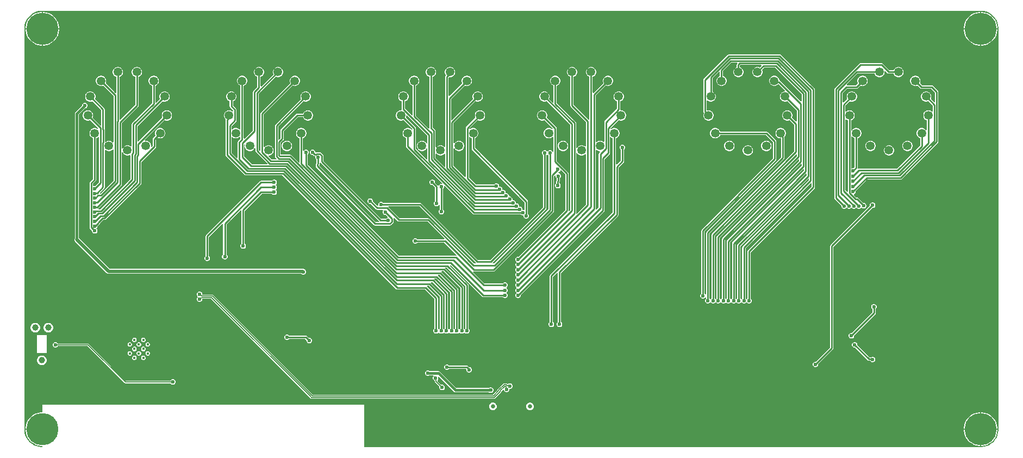
<source format=gbl>
G04*
G04 #@! TF.GenerationSoftware,Altium Limited,Altium Designer,24.5.2 (23)*
G04*
G04 Layer_Physical_Order=2*
G04 Layer_Color=16711680*
%FSLAX25Y25*%
%MOIN*%
G70*
G04*
G04 #@! TF.SameCoordinates,392925F4-2C65-46F8-8396-EB9CC80DF0C9*
G04*
G04*
G04 #@! TF.FilePolarity,Positive*
G04*
G01*
G75*
%ADD13C,0.01000*%
%ADD15C,0.00500*%
%ADD95C,0.02559*%
%ADD97C,0.01575*%
%ADD107C,0.02000*%
%ADD109C,0.01500*%
%ADD114C,0.05307*%
%ADD115C,0.19685*%
%ADD116C,0.03902*%
%ADD117C,0.02362*%
G36*
X689841Y499509D02*
X691235Y499135D01*
X692568Y498583D01*
X693818Y497862D01*
X694963Y496983D01*
X695983Y495963D01*
X696862Y494818D01*
X697583Y493568D01*
X698135Y492235D01*
X698509Y490841D01*
X698697Y489410D01*
Y488689D01*
Y243311D01*
Y242589D01*
X698509Y241159D01*
X698135Y239765D01*
X697583Y238432D01*
X696862Y237182D01*
X695983Y236037D01*
X694963Y235017D01*
X693818Y234138D01*
X692568Y233417D01*
X691235Y232865D01*
X689841Y232491D01*
X688411Y232303D01*
X309600D01*
Y258200D01*
X112311D01*
Y253654D01*
X111497D01*
X109889Y253399D01*
X108341Y252896D01*
X106890Y252157D01*
X105573Y251200D01*
X104422Y250049D01*
X103465Y248732D01*
X102726Y247281D01*
X102223Y245733D01*
X101969Y244125D01*
Y243561D01*
X112311D01*
Y243061D01*
X101969D01*
Y242497D01*
X102223Y240889D01*
X102726Y239341D01*
X103465Y237890D01*
X104422Y236573D01*
X105573Y235422D01*
X106890Y234465D01*
X108341Y233726D01*
X109889Y233223D01*
X111497Y232968D01*
X112311D01*
Y232303D01*
X111590D01*
X110159Y232491D01*
X108765Y232865D01*
X107432Y233417D01*
X106182Y234138D01*
X105037Y235017D01*
X104017Y236037D01*
X103138Y237182D01*
X102417Y238432D01*
X101865Y239765D01*
X101491Y241159D01*
X101303Y242589D01*
Y243311D01*
Y488689D01*
Y489410D01*
X101491Y490841D01*
X101865Y492235D01*
X102417Y493568D01*
X103138Y494818D01*
X104017Y495963D01*
X105037Y496983D01*
X106182Y497862D01*
X107432Y498583D01*
X108765Y499135D01*
X110159Y499509D01*
X111590Y499697D01*
X688411D01*
X689841Y499509D01*
D02*
G37*
%LPC*%
G36*
X688503Y499031D02*
X687939D01*
Y488939D01*
X698032D01*
Y489503D01*
X697777Y491111D01*
X697274Y492659D01*
X696535Y494110D01*
X695578Y495427D01*
X694427Y496578D01*
X693110Y497535D01*
X691659Y498274D01*
X690111Y498777D01*
X688503Y499031D01*
D02*
G37*
G36*
X687439D02*
X686875D01*
X685267Y498777D01*
X683719Y498274D01*
X682268Y497535D01*
X680951Y496578D01*
X679800Y495427D01*
X678843Y494110D01*
X678104Y492659D01*
X677601Y491111D01*
X677347Y489503D01*
Y488939D01*
X687439D01*
Y499031D01*
D02*
G37*
G36*
X113125D02*
X112561D01*
Y488939D01*
X122653D01*
Y489503D01*
X122399Y491111D01*
X121896Y492659D01*
X121157Y494110D01*
X120200Y495427D01*
X119049Y496578D01*
X117732Y497535D01*
X116281Y498274D01*
X114733Y498777D01*
X113125Y499031D01*
D02*
G37*
G36*
X112061D02*
X111497D01*
X109889Y498777D01*
X108341Y498274D01*
X106890Y497535D01*
X105573Y496578D01*
X104422Y495427D01*
X103465Y494110D01*
X102726Y492659D01*
X102223Y491111D01*
X101969Y489503D01*
Y488939D01*
X112061D01*
Y499031D01*
D02*
G37*
G36*
X698032Y488439D02*
X687939D01*
Y478346D01*
X688503D01*
X690111Y478601D01*
X691659Y479104D01*
X693110Y479843D01*
X694427Y480800D01*
X695578Y481951D01*
X696535Y483268D01*
X697274Y484719D01*
X697777Y486267D01*
X698032Y487875D01*
Y488439D01*
D02*
G37*
G36*
X687439D02*
X677347D01*
Y487875D01*
X677601Y486267D01*
X678104Y484719D01*
X678843Y483268D01*
X679800Y481951D01*
X680951Y480800D01*
X682268Y479843D01*
X683719Y479104D01*
X685267Y478601D01*
X686875Y478346D01*
X687439D01*
Y488439D01*
D02*
G37*
G36*
X122653D02*
X112561D01*
Y478346D01*
X113125D01*
X114733Y478601D01*
X116281Y479104D01*
X117732Y479843D01*
X119049Y480800D01*
X120200Y481951D01*
X121157Y483268D01*
X121896Y484719D01*
X122399Y486267D01*
X122653Y487875D01*
Y488439D01*
D02*
G37*
G36*
X112061D02*
X101969D01*
Y487875D01*
X102223Y486267D01*
X102726Y484719D01*
X103465Y483268D01*
X104422Y481951D01*
X105573Y480800D01*
X106890Y479843D01*
X108341Y479104D01*
X109889Y478601D01*
X111497Y478346D01*
X112061D01*
Y488439D01*
D02*
G37*
G36*
X564485Y473020D02*
X533257D01*
X532867Y472942D01*
X532536Y472721D01*
X517840Y458024D01*
X517619Y457693D01*
X517541Y457303D01*
Y438302D01*
X517619Y437912D01*
X517840Y437581D01*
X518152Y437269D01*
X517869Y436780D01*
X517655Y435978D01*
Y435148D01*
X517869Y434346D01*
X518285Y433627D01*
X518872Y433040D01*
X519591Y432624D01*
X520393Y432409D01*
X521223D01*
X522025Y432624D01*
X522744Y433040D01*
X523331Y433627D01*
X523747Y434346D01*
X523961Y435148D01*
Y435978D01*
X523747Y436780D01*
X523331Y437499D01*
X522744Y438086D01*
X522025Y438502D01*
X521223Y438717D01*
X520393D01*
X520037Y438621D01*
X519580Y438992D01*
Y444609D01*
X520080Y444816D01*
X520278Y444619D01*
X520997Y444203D01*
X521799Y443989D01*
X522629D01*
X523431Y444203D01*
X524150Y444619D01*
X524737Y445206D01*
X525153Y445925D01*
X525367Y446727D01*
Y447557D01*
X525153Y448359D01*
X524737Y449078D01*
X524150Y449665D01*
X523431Y450081D01*
X523234Y450134D01*
Y458413D01*
X527358Y462538D01*
X527820Y462347D01*
Y459732D01*
X527623Y459680D01*
X526904Y459264D01*
X526317Y458677D01*
X525901Y457958D01*
X525687Y457156D01*
Y456326D01*
X525901Y455524D01*
X526317Y454805D01*
X526904Y454218D01*
X527623Y453802D01*
X528425Y453587D01*
X529255D01*
X530057Y453802D01*
X530776Y454218D01*
X531363Y454805D01*
X531779Y455524D01*
X531993Y456326D01*
Y457156D01*
X531779Y457958D01*
X531363Y458677D01*
X530776Y459264D01*
X530057Y459680D01*
X529860Y459732D01*
Y462918D01*
X534922Y467980D01*
X538385D01*
X538577Y467519D01*
X538447Y467389D01*
X538226Y467058D01*
X538148Y466668D01*
Y465154D01*
X537951Y465101D01*
X537232Y464685D01*
X536645Y464098D01*
X536229Y463379D01*
X536015Y462577D01*
Y461747D01*
X536229Y460945D01*
X536645Y460226D01*
X537232Y459639D01*
X537951Y459223D01*
X538753Y459009D01*
X539583D01*
X540385Y459223D01*
X541104Y459639D01*
X541691Y460226D01*
X542107Y460945D01*
X542321Y461747D01*
Y462577D01*
X542107Y463379D01*
X541691Y464098D01*
X541104Y464685D01*
X540385Y465101D01*
X540188Y465154D01*
Y466246D01*
X540422Y466480D01*
X553055D01*
X553247Y466018D01*
X552226Y464998D01*
X552049Y465101D01*
X551247Y465315D01*
X550417D01*
X549615Y465101D01*
X548896Y464685D01*
X548309Y464098D01*
X547893Y463379D01*
X547679Y462577D01*
Y461747D01*
X547893Y460945D01*
X548309Y460226D01*
X548896Y459639D01*
X549615Y459223D01*
X550417Y459009D01*
X551247D01*
X552049Y459223D01*
X552768Y459639D01*
X553355Y460226D01*
X553771Y460945D01*
X553986Y461747D01*
Y462577D01*
X553771Y463379D01*
X553668Y463556D01*
X555092Y464980D01*
X561578D01*
X577980Y448578D01*
Y444210D01*
X577519Y444018D01*
X564899Y456638D01*
X564899Y456638D01*
X564568Y456859D01*
X564314Y456910D01*
Y457156D01*
X564099Y457958D01*
X563683Y458677D01*
X563096Y459264D01*
X562377Y459680D01*
X561575Y459895D01*
X560745D01*
X559943Y459680D01*
X559224Y459264D01*
X558637Y458677D01*
X558221Y457958D01*
X558006Y457156D01*
Y456326D01*
X558221Y455524D01*
X558637Y454805D01*
X559224Y454218D01*
X559943Y453802D01*
X560745Y453587D01*
X561575D01*
X562377Y453802D01*
X563096Y454218D01*
X563412Y454534D01*
X564073Y454567D01*
X564106Y454547D01*
X567858Y450796D01*
X567650Y450295D01*
X567371D01*
X566569Y450081D01*
X565850Y449665D01*
X565263Y449078D01*
X564847Y448359D01*
X564633Y447557D01*
Y446727D01*
X564847Y445925D01*
X565263Y445206D01*
X565850Y444619D01*
X566569Y444203D01*
X567371Y443989D01*
X568201D01*
X569003Y444203D01*
X569180Y444306D01*
X574980Y438506D01*
Y431870D01*
X574518Y431678D01*
X572028Y434169D01*
X572131Y434346D01*
X572345Y435148D01*
Y435978D01*
X572131Y436780D01*
X571715Y437499D01*
X571128Y438086D01*
X570409Y438502D01*
X569607Y438717D01*
X568777D01*
X567975Y438502D01*
X567256Y438086D01*
X566669Y437499D01*
X566253Y436780D01*
X566039Y435978D01*
Y435148D01*
X566253Y434346D01*
X566669Y433627D01*
X567256Y433040D01*
X567975Y432624D01*
X568777Y432409D01*
X569607D01*
X570409Y432624D01*
X570586Y432727D01*
X573480Y429833D01*
Y413602D01*
X522929Y363050D01*
X522708Y362719D01*
X522630Y362329D01*
Y323358D01*
X522396Y323123D01*
X522075Y323007D01*
X521754Y323123D01*
X521520Y323358D01*
Y363211D01*
X567221Y408913D01*
X567442Y409244D01*
X567520Y409634D01*
Y422047D01*
X567442Y422437D01*
X567384Y422524D01*
X567579Y422720D01*
X567995Y423439D01*
X568210Y424241D01*
Y425071D01*
X567995Y425873D01*
X567579Y426592D01*
X566992Y427179D01*
X566273Y427595D01*
X565471Y427809D01*
X564641D01*
X563839Y427595D01*
X563120Y427179D01*
X562533Y426592D01*
X562117Y425873D01*
X561903Y425071D01*
Y424241D01*
X562117Y423439D01*
X562533Y422720D01*
X563120Y422133D01*
X563839Y421717D01*
X564641Y421502D01*
X565471D01*
X565480Y421495D01*
Y410056D01*
X519779Y364355D01*
X519558Y364024D01*
X519480Y363634D01*
Y325918D01*
X518980Y325819D01*
X518925Y325952D01*
X518520Y326358D01*
Y364454D01*
X539783Y385717D01*
X540004Y386048D01*
X540007Y386065D01*
X562221Y408279D01*
X562442Y408610D01*
X562520Y409000D01*
Y419500D01*
X562442Y419890D01*
X562221Y420221D01*
X557065Y425377D01*
X556734Y425598D01*
X556344Y425676D01*
X527936D01*
X527883Y425873D01*
X527467Y426592D01*
X526880Y427179D01*
X526161Y427595D01*
X525359Y427809D01*
X524529D01*
X523727Y427595D01*
X523008Y427179D01*
X522421Y426592D01*
X522005Y425873D01*
X521791Y425071D01*
Y424241D01*
X522005Y423439D01*
X522421Y422720D01*
X523008Y422133D01*
X523727Y421717D01*
X524529Y421502D01*
X525359D01*
X526161Y421717D01*
X526880Y422133D01*
X527467Y422720D01*
X527883Y423439D01*
X527936Y423636D01*
X555922D01*
X560480Y419078D01*
Y409422D01*
X538279Y387221D01*
X538058Y386890D01*
X538055Y386873D01*
X516779Y365597D01*
X516558Y365267D01*
X516480Y364876D01*
Y326358D01*
X516075Y325952D01*
X515819Y325334D01*
Y324666D01*
X516075Y324048D01*
X516548Y323575D01*
X517166Y323319D01*
X517834D01*
X518452Y323575D01*
X518925Y324048D01*
X518980Y324181D01*
X519480Y324082D01*
Y323358D01*
X519075Y322952D01*
X518819Y322334D01*
Y321666D01*
X519075Y321048D01*
X519548Y320575D01*
X520166Y320319D01*
X520834D01*
X521452Y320575D01*
X521754Y320877D01*
X522075Y320993D01*
X522396Y320877D01*
X522697Y320575D01*
X523315Y320319D01*
X523984D01*
X524602Y320575D01*
X524904Y320877D01*
X525224Y320993D01*
X525545Y320877D01*
X525847Y320575D01*
X526465Y320319D01*
X527134D01*
X527751Y320575D01*
X528053Y320877D01*
X528374Y320993D01*
X528695Y320877D01*
X528997Y320575D01*
X529614Y320319D01*
X530283D01*
X530901Y320575D01*
X531203Y320877D01*
X531524Y320993D01*
X531844Y320877D01*
X532146Y320575D01*
X532764Y320319D01*
X533433D01*
X534051Y320575D01*
X534352Y320877D01*
X534673Y320993D01*
X534994Y320877D01*
X535296Y320575D01*
X535914Y320319D01*
X536582D01*
X537200Y320575D01*
X537502Y320877D01*
X537823Y320993D01*
X538143Y320877D01*
X538445Y320575D01*
X539063Y320319D01*
X539732D01*
X540350Y320575D01*
X540652Y320877D01*
X540972Y320993D01*
X541293Y320877D01*
X541595Y320575D01*
X542213Y320319D01*
X542882D01*
X543500Y320575D01*
X543801Y320877D01*
X544122Y320993D01*
X544443Y320877D01*
X544744Y320575D01*
X545362Y320319D01*
X546031D01*
X546649Y320575D01*
X547122Y321048D01*
X547378Y321666D01*
Y322334D01*
X547122Y322952D01*
X546716Y323358D01*
Y351775D01*
X585721Y390779D01*
X585942Y391110D01*
X586020Y391500D01*
Y451485D01*
X585942Y451875D01*
X585721Y452206D01*
X565206Y472721D01*
X564875Y472942D01*
X564485Y473020D01*
D02*
G37*
G36*
X626914Y467605D02*
X614050D01*
X613660Y467528D01*
X613329Y467307D01*
X598279Y452257D01*
X598058Y451926D01*
X597980Y451536D01*
Y385000D01*
X598058Y384610D01*
X598279Y384279D01*
X602319Y380239D01*
Y379666D01*
X602575Y379048D01*
X603048Y378575D01*
X603666Y378319D01*
X604334D01*
X604952Y378575D01*
X605242Y378865D01*
X605453Y379037D01*
X605892Y378868D01*
X606074Y378686D01*
X606692Y378430D01*
X607361D01*
X607979Y378686D01*
X608131Y378838D01*
X608570Y379045D01*
X608784Y378838D01*
X609048Y378575D01*
X609666Y378319D01*
X610334D01*
X610952Y378575D01*
X611173Y378796D01*
X611500Y379001D01*
X611827Y378796D01*
X612048Y378575D01*
X612666Y378319D01*
X613334D01*
X613952Y378575D01*
X614425Y379048D01*
X614897Y378879D01*
X615048Y378728D01*
X615666Y378472D01*
X616334D01*
X616952Y378728D01*
X617425Y379201D01*
X617681Y379819D01*
Y380488D01*
X617425Y381106D01*
X616952Y381579D01*
X616334Y381835D01*
X615761D01*
X612593Y385002D01*
X612263Y385223D01*
X611872Y385301D01*
X611458D01*
X610000Y386759D01*
X610125Y387341D01*
X610452Y387476D01*
X610925Y387949D01*
X611181Y388567D01*
Y389141D01*
X618321Y396280D01*
X638664D01*
X639054Y396358D01*
X639385Y396579D01*
X661567Y418761D01*
X661788Y419091D01*
X661865Y419482D01*
Y449914D01*
X661788Y450304D01*
X661567Y450635D01*
X658565Y453637D01*
X658234Y453858D01*
X657844Y453935D01*
X651908D01*
X650496Y455347D01*
X650599Y455524D01*
X650813Y456326D01*
Y457156D01*
X650599Y457958D01*
X650183Y458677D01*
X649596Y459264D01*
X648877Y459680D01*
X648075Y459895D01*
X647245D01*
X646443Y459680D01*
X645724Y459264D01*
X645137Y458677D01*
X644721Y457958D01*
X644507Y457156D01*
Y456326D01*
X644721Y455524D01*
X645137Y454805D01*
X645724Y454218D01*
X646443Y453802D01*
X647245Y453587D01*
X648075D01*
X648877Y453802D01*
X649054Y453905D01*
X650764Y452195D01*
X651095Y451974D01*
X651485Y451896D01*
X657422D01*
X659826Y449492D01*
Y443697D01*
X659364Y443506D01*
X657122Y445748D01*
X657225Y445925D01*
X657440Y446727D01*
Y447557D01*
X657225Y448359D01*
X656809Y449078D01*
X656222Y449665D01*
X655503Y450081D01*
X654701Y450295D01*
X653871D01*
X653069Y450081D01*
X652350Y449665D01*
X651763Y449078D01*
X651347Y448359D01*
X651132Y447557D01*
Y446727D01*
X651347Y445925D01*
X651763Y445206D01*
X652350Y444619D01*
X653069Y444203D01*
X653871Y443989D01*
X654701D01*
X655503Y444203D01*
X655680Y444306D01*
X658326Y441660D01*
Y438096D01*
X657826Y437889D01*
X657628Y438086D01*
X656909Y438502D01*
X656107Y438717D01*
X655277D01*
X654475Y438502D01*
X653756Y438086D01*
X653169Y437499D01*
X652753Y436780D01*
X652538Y435978D01*
Y435148D01*
X652753Y434346D01*
X653169Y433627D01*
X653756Y433040D01*
X654475Y432624D01*
X654672Y432572D01*
Y426565D01*
X654172Y426431D01*
X654079Y426592D01*
X653492Y427179D01*
X652773Y427595D01*
X651971Y427809D01*
X651141D01*
X650339Y427595D01*
X649620Y427179D01*
X649033Y426592D01*
X648617Y425873D01*
X648403Y425071D01*
Y424241D01*
X648617Y423439D01*
X649033Y422720D01*
X649620Y422133D01*
X650339Y421717D01*
X650536Y421664D01*
Y416978D01*
X636378Y402820D01*
X612950D01*
X612805Y402791D01*
X612697Y402858D01*
X612415Y403201D01*
X612464Y403444D01*
Y421664D01*
X612661Y421717D01*
X613380Y422133D01*
X613967Y422720D01*
X614383Y423439D01*
X614598Y424241D01*
Y425071D01*
X614383Y425873D01*
X613967Y426592D01*
X613380Y427179D01*
X612661Y427595D01*
X611859Y427809D01*
X611029D01*
X610227Y427595D01*
X609508Y427179D01*
X608921Y426592D01*
X608828Y426431D01*
X608328Y426565D01*
Y432572D01*
X608525Y432624D01*
X609244Y433040D01*
X609831Y433627D01*
X610247Y434346D01*
X610462Y435148D01*
Y435978D01*
X610247Y436780D01*
X609831Y437499D01*
X609244Y438086D01*
X608525Y438502D01*
X607723Y438717D01*
X606893D01*
X606091Y438502D01*
X605372Y438086D01*
X605174Y437889D01*
X604674Y438096D01*
Y441660D01*
X607320Y444306D01*
X607497Y444203D01*
X608299Y443989D01*
X609129D01*
X609931Y444203D01*
X610650Y444619D01*
X611237Y445206D01*
X611653Y445925D01*
X611868Y446727D01*
Y447557D01*
X611653Y448359D01*
X611237Y449078D01*
X610650Y449665D01*
X609931Y450081D01*
X609129Y450295D01*
X608299D01*
X607497Y450081D01*
X606778Y449665D01*
X606191Y449078D01*
X605775Y448359D01*
X605560Y447557D01*
Y446727D01*
X605775Y445925D01*
X605878Y445748D01*
X603636Y443506D01*
X603174Y443697D01*
Y449232D01*
X605922Y451980D01*
X611599D01*
X611989Y452058D01*
X612320Y452279D01*
X613946Y453905D01*
X614123Y453802D01*
X614925Y453587D01*
X615755D01*
X616557Y453802D01*
X617276Y454218D01*
X617863Y454805D01*
X618279Y455524D01*
X618494Y456326D01*
Y457156D01*
X618279Y457958D01*
X617863Y458677D01*
X617276Y459264D01*
X616557Y459680D01*
X615755Y459895D01*
X614925D01*
X614123Y459680D01*
X613404Y459264D01*
X612817Y458677D01*
X612401Y457958D01*
X612186Y457156D01*
Y456326D01*
X612401Y455524D01*
X612504Y455347D01*
X611177Y454020D01*
X605754D01*
X605547Y454520D01*
X612170Y461142D01*
X622677D01*
X622729Y460945D01*
X623145Y460226D01*
X623732Y459639D01*
X624451Y459223D01*
X625253Y459009D01*
X626083D01*
X626885Y459223D01*
X627604Y459639D01*
X628191Y460226D01*
X628607Y460945D01*
X628822Y461747D01*
Y462530D01*
X628938Y462626D01*
X629287Y462771D01*
X630617Y461441D01*
X630948Y461220D01*
X631338Y461142D01*
X634340D01*
X634393Y460945D01*
X634809Y460226D01*
X635396Y459639D01*
X636115Y459223D01*
X636917Y459009D01*
X637747D01*
X638549Y459223D01*
X639268Y459639D01*
X639855Y460226D01*
X640271Y460945D01*
X640485Y461747D01*
Y462577D01*
X640271Y463379D01*
X639855Y464098D01*
X639268Y464685D01*
X638549Y465101D01*
X637747Y465315D01*
X636917D01*
X636115Y465101D01*
X635396Y464685D01*
X634809Y464098D01*
X634393Y463379D01*
X634340Y463182D01*
X631760D01*
X627635Y467307D01*
X627304Y467528D01*
X626914Y467605D01*
D02*
G37*
G36*
X449247Y465315D02*
X448417D01*
X447615Y465101D01*
X446896Y464685D01*
X446309Y464098D01*
X445893Y463379D01*
X445679Y462577D01*
Y461747D01*
X445893Y460945D01*
X446309Y460226D01*
X446896Y459639D01*
X447615Y459223D01*
X447812Y459170D01*
Y433029D01*
X447565Y432891D01*
X447312Y432847D01*
X438188Y441972D01*
Y459170D01*
X438385Y459223D01*
X439104Y459639D01*
X439691Y460226D01*
X440107Y460945D01*
X440321Y461747D01*
Y462577D01*
X440107Y463379D01*
X439691Y464098D01*
X439104Y464685D01*
X438385Y465101D01*
X437583Y465315D01*
X436753D01*
X435951Y465101D01*
X435232Y464685D01*
X434645Y464098D01*
X434229Y463379D01*
X434015Y462577D01*
Y461747D01*
X434229Y460945D01*
X434645Y460226D01*
X435232Y459639D01*
X435951Y459223D01*
X436148Y459170D01*
Y441549D01*
X436226Y441159D01*
X436447Y440828D01*
X445634Y431641D01*
Y416663D01*
X445134Y416456D01*
X444936Y416653D01*
X444217Y417069D01*
X443415Y417283D01*
X442585D01*
X441783Y417069D01*
X441064Y416653D01*
X440477Y416066D01*
X440169Y415534D01*
X439669Y415668D01*
Y430828D01*
X439592Y431218D01*
X439371Y431549D01*
X427860Y443060D01*
Y453750D01*
X428057Y453802D01*
X428776Y454218D01*
X429363Y454805D01*
X429779Y455524D01*
X429993Y456326D01*
Y457156D01*
X429779Y457958D01*
X429363Y458677D01*
X428776Y459264D01*
X428057Y459680D01*
X427255Y459895D01*
X426425D01*
X425623Y459680D01*
X424904Y459264D01*
X424317Y458677D01*
X423901Y457958D01*
X423687Y457156D01*
Y456326D01*
X423901Y455524D01*
X424317Y454805D01*
X424904Y454218D01*
X425623Y453802D01*
X425820Y453750D01*
Y443631D01*
X425358Y443439D01*
X423050Y445748D01*
X423153Y445925D01*
X423368Y446727D01*
Y447557D01*
X423153Y448359D01*
X422737Y449078D01*
X422150Y449665D01*
X421431Y450081D01*
X420629Y450295D01*
X419799D01*
X418997Y450081D01*
X418278Y449665D01*
X417691Y449078D01*
X417275Y448359D01*
X417061Y447557D01*
Y446727D01*
X417275Y445925D01*
X417691Y445206D01*
X418278Y444619D01*
X418997Y444203D01*
X419799Y443989D01*
X420629D01*
X421431Y444203D01*
X421608Y444306D01*
X436130Y429784D01*
Y377722D01*
X435485Y377077D01*
X435062Y377279D01*
X435020Y377318D01*
Y400000D01*
X434942Y400390D01*
X434721Y400721D01*
X427836Y407606D01*
Y427555D01*
X427758Y427945D01*
X427537Y428276D01*
X421644Y434169D01*
X421747Y434346D01*
X421961Y435148D01*
Y435978D01*
X421747Y436780D01*
X421331Y437499D01*
X420744Y438086D01*
X420025Y438502D01*
X419223Y438717D01*
X418393D01*
X417591Y438502D01*
X416872Y438086D01*
X416285Y437499D01*
X415869Y436780D01*
X415655Y435978D01*
Y435148D01*
X415869Y434346D01*
X416285Y433627D01*
X416872Y433040D01*
X417591Y432624D01*
X418393Y432409D01*
X419223D01*
X420025Y432624D01*
X420202Y432727D01*
X425528Y427401D01*
X425502Y427265D01*
X424959Y427101D01*
X424880Y427179D01*
X424161Y427595D01*
X423359Y427809D01*
X422529D01*
X421727Y427595D01*
X421008Y427179D01*
X420421Y426592D01*
X420005Y425873D01*
X419791Y425071D01*
Y424241D01*
X420005Y423439D01*
X420421Y422720D01*
X421008Y422133D01*
X421727Y421717D01*
X422529Y421502D01*
X423359D01*
X424161Y421717D01*
X424880Y422133D01*
X425296Y422549D01*
X425797Y422342D01*
Y412917D01*
X425331Y412834D01*
X425075Y413452D01*
X424602Y413925D01*
X423984Y414181D01*
X423315D01*
X422697Y413925D01*
X422396Y413623D01*
X422075Y413507D01*
X421754Y413623D01*
X421452Y413925D01*
X420834Y414181D01*
X420166D01*
X419548Y413925D01*
X419075Y413452D01*
X418819Y412834D01*
Y412166D01*
X419075Y411548D01*
X419480Y411142D01*
Y379422D01*
X387078Y347020D01*
X379422D01*
X344821Y381621D01*
X344490Y381842D01*
X344100Y381920D01*
X321455D01*
X321449Y381934D01*
X320976Y382407D01*
X320359Y382663D01*
X319690D01*
X319072Y382407D01*
X318599Y381934D01*
X318343Y381316D01*
Y380647D01*
X318017Y380129D01*
X317741Y380101D01*
X314981Y382861D01*
Y383434D01*
X314725Y384052D01*
X314252Y384525D01*
X313634Y384781D01*
X312966D01*
X312348Y384525D01*
X311875Y384052D01*
X311619Y383434D01*
Y382766D01*
X311875Y382148D01*
X312348Y381675D01*
X312966Y381419D01*
X313539D01*
X316879Y378080D01*
X317209Y377858D01*
X317600Y377781D01*
X321196D01*
X321404Y377281D01*
X321267Y377145D01*
X321011Y376527D01*
Y375858D01*
X321267Y375240D01*
X321740Y374767D01*
X322358Y374511D01*
X322931D01*
X324000Y373443D01*
X323875Y372861D01*
X323548Y372725D01*
X323142Y372320D01*
X320122D01*
X284701Y407741D01*
Y410784D01*
X284623Y411175D01*
X284402Y411506D01*
X283124Y412783D01*
X282794Y413004D01*
X282403Y413082D01*
X280597D01*
X280206Y413004D01*
X280181Y412987D01*
X279681Y413255D01*
Y413334D01*
X279425Y413952D01*
X278952Y414425D01*
X278334Y414681D01*
X277666D01*
X277048Y414425D01*
X276575Y413952D01*
X276319Y413334D01*
Y412666D01*
X276575Y412048D01*
X277048Y411575D01*
X277666Y411319D01*
X278239D01*
X278632Y410926D01*
X278963Y410705D01*
X279353Y410627D01*
X279544D01*
X279819Y410216D01*
Y409547D01*
X280075Y408929D01*
X280480Y408523D01*
Y406422D01*
X280279Y406221D01*
X280058Y405890D01*
X279980Y405500D01*
Y404500D01*
X280058Y404110D01*
X280279Y403779D01*
X315660Y368398D01*
X315991Y368177D01*
X316381Y368099D01*
X325403D01*
X325794Y368177D01*
X326124Y368398D01*
X327402Y369676D01*
X327623Y370006D01*
X327701Y370397D01*
Y372203D01*
X327623Y372594D01*
X327554Y372697D01*
X327942Y373016D01*
X330179Y370779D01*
X330510Y370558D01*
X330900Y370480D01*
X348623D01*
X358984Y360120D01*
X358777Y359620D01*
X342458D01*
X342052Y360025D01*
X341434Y360281D01*
X340766D01*
X340148Y360025D01*
X339675Y359552D01*
X339419Y358934D01*
Y358266D01*
X339675Y357648D01*
X340148Y357175D01*
X340766Y356919D01*
X341434D01*
X342052Y357175D01*
X342458Y357580D01*
X358778D01*
X366410Y349948D01*
X366164Y349487D01*
X366000Y349520D01*
X330922D01*
X275020Y405422D01*
Y411642D01*
X275425Y412048D01*
X275681Y412666D01*
Y413334D01*
X275425Y413952D01*
X274952Y414425D01*
X274334Y414681D01*
X273666D01*
X273048Y414425D01*
X272576Y413953D01*
X272571Y413953D01*
X272076Y414053D01*
Y421664D01*
X272273Y421717D01*
X272992Y422133D01*
X273579Y422720D01*
X273995Y423439D01*
X274209Y424241D01*
Y425071D01*
X273995Y425873D01*
X273579Y426592D01*
X272992Y427179D01*
X272273Y427595D01*
X271471Y427809D01*
X270641D01*
X269839Y427595D01*
X269120Y427179D01*
X268533Y426592D01*
X268117Y425873D01*
X267902Y425071D01*
Y424241D01*
X268117Y423439D01*
X268533Y422720D01*
X269120Y422133D01*
X269839Y421717D01*
X270036Y421664D01*
Y406816D01*
X269574Y406625D01*
X264978Y411221D01*
X264648Y411442D01*
X264257Y411520D01*
X258520D01*
Y418828D01*
X260135Y420443D01*
X260356Y420774D01*
X260434Y421164D01*
Y425992D01*
X268985Y434543D01*
X272200D01*
X272253Y434346D01*
X272669Y433627D01*
X273256Y433040D01*
X273975Y432624D01*
X274777Y432409D01*
X275607D01*
X276409Y432624D01*
X277128Y433040D01*
X277715Y433627D01*
X278131Y434346D01*
X278345Y435148D01*
Y435978D01*
X278131Y436780D01*
X277715Y437499D01*
X277128Y438086D01*
X276409Y438502D01*
X275607Y438717D01*
X274777D01*
X273975Y438502D01*
X273256Y438086D01*
X272669Y437499D01*
X272253Y436780D01*
X272200Y436583D01*
X268563D01*
X268173Y436505D01*
X267842Y436284D01*
X258693Y427135D01*
X258472Y426804D01*
X258395Y426414D01*
Y421587D01*
X257482Y420673D01*
X257020Y420865D01*
Y428934D01*
X272392Y444306D01*
X272569Y444203D01*
X273371Y443989D01*
X274201D01*
X275003Y444203D01*
X275722Y444619D01*
X276309Y445206D01*
X276725Y445925D01*
X276940Y446727D01*
Y447557D01*
X276725Y448359D01*
X276309Y449078D01*
X275722Y449665D01*
X275003Y450081D01*
X274201Y450295D01*
X273371D01*
X272569Y450081D01*
X271850Y449665D01*
X271263Y449078D01*
X270847Y448359D01*
X270633Y447557D01*
Y446727D01*
X270847Y445925D01*
X270950Y445748D01*
X255279Y430077D01*
X255058Y429746D01*
X254980Y429356D01*
Y410464D01*
X255058Y410074D01*
X255279Y409743D01*
X256041Y408982D01*
X255850Y408520D01*
X252886D01*
X250929Y410476D01*
X251136Y410977D01*
X251415D01*
X252217Y411191D01*
X252936Y411607D01*
X253523Y412194D01*
X253939Y412913D01*
X254153Y413715D01*
Y414545D01*
X253939Y415347D01*
X253523Y416066D01*
X252936Y416653D01*
X252217Y417069D01*
X251415Y417283D01*
X250585D01*
X249783Y417069D01*
X249064Y416653D01*
X248520Y416109D01*
X248332Y416132D01*
X248020Y416275D01*
Y436159D01*
X265766Y453905D01*
X265943Y453802D01*
X266745Y453587D01*
X267575D01*
X268377Y453802D01*
X269096Y454218D01*
X269683Y454805D01*
X270099Y455524D01*
X270314Y456326D01*
Y457156D01*
X270099Y457958D01*
X269683Y458677D01*
X269096Y459264D01*
X268377Y459680D01*
X267575Y459895D01*
X266745D01*
X265943Y459680D01*
X265224Y459264D01*
X264637Y458677D01*
X264221Y457958D01*
X264006Y457156D01*
Y456326D01*
X264221Y455524D01*
X264324Y455347D01*
X246279Y437302D01*
X246058Y436971D01*
X245980Y436581D01*
Y413957D01*
X245518Y413765D01*
X245020Y414264D01*
Y448908D01*
X255438Y459326D01*
X255615Y459223D01*
X256417Y459009D01*
X257247D01*
X258049Y459223D01*
X258768Y459639D01*
X259355Y460226D01*
X259771Y460945D01*
X259985Y461747D01*
Y462577D01*
X259771Y463379D01*
X259355Y464098D01*
X258768Y464685D01*
X258049Y465101D01*
X257247Y465315D01*
X256417D01*
X255615Y465101D01*
X254896Y464685D01*
X254309Y464098D01*
X253893Y463379D01*
X253678Y462577D01*
Y461747D01*
X253893Y460945D01*
X253996Y460768D01*
X246650Y453421D01*
X246188Y453613D01*
Y459170D01*
X246385Y459223D01*
X247104Y459639D01*
X247691Y460226D01*
X248107Y460945D01*
X248322Y461747D01*
Y462577D01*
X248107Y463379D01*
X247691Y464098D01*
X247104Y464685D01*
X246385Y465101D01*
X245583Y465315D01*
X244753D01*
X243951Y465101D01*
X243232Y464685D01*
X242645Y464098D01*
X242229Y463379D01*
X242015Y462577D01*
Y461747D01*
X242229Y460945D01*
X242645Y460226D01*
X243232Y459639D01*
X243951Y459223D01*
X244148Y459170D01*
Y453042D01*
X241779Y450672D01*
X241558Y450342D01*
X241480Y449951D01*
Y426422D01*
X236360Y421302D01*
X235860Y421509D01*
Y453750D01*
X236057Y453802D01*
X236776Y454218D01*
X237363Y454805D01*
X237779Y455524D01*
X237994Y456326D01*
Y457156D01*
X237779Y457958D01*
X237363Y458677D01*
X236776Y459264D01*
X236057Y459680D01*
X235255Y459895D01*
X234425D01*
X233623Y459680D01*
X232904Y459264D01*
X232317Y458677D01*
X231901Y457958D01*
X231686Y457156D01*
Y456326D01*
X231901Y455524D01*
X232317Y454805D01*
X232904Y454218D01*
X233623Y453802D01*
X233820Y453750D01*
Y426946D01*
X233320Y426739D01*
X232880Y427179D01*
X232161Y427595D01*
X231359Y427809D01*
X230529D01*
X229727Y427595D01*
X229008Y427179D01*
X228810Y426982D01*
X228310Y427189D01*
Y428868D01*
X231183Y431741D01*
X231403Y432071D01*
X231481Y432462D01*
Y438889D01*
X231403Y439280D01*
X231183Y439610D01*
X229234Y441559D01*
Y444150D01*
X229431Y444203D01*
X230150Y444619D01*
X230737Y445206D01*
X231153Y445925D01*
X231367Y446727D01*
Y447557D01*
X231153Y448359D01*
X230737Y449078D01*
X230150Y449665D01*
X229431Y450081D01*
X228629Y450295D01*
X227799D01*
X226997Y450081D01*
X226278Y449665D01*
X225691Y449078D01*
X225275Y448359D01*
X225061Y447557D01*
Y446727D01*
X225275Y445925D01*
X225691Y445206D01*
X226278Y444619D01*
X226997Y444203D01*
X227194Y444150D01*
Y441137D01*
X227272Y440747D01*
X227493Y440416D01*
X229351Y438558D01*
X229308Y438211D01*
X228810Y438021D01*
X228744Y438086D01*
X228025Y438502D01*
X227223Y438717D01*
X226393D01*
X225591Y438502D01*
X224872Y438086D01*
X224285Y437499D01*
X223869Y436780D01*
X223655Y435978D01*
Y435148D01*
X223869Y434346D01*
X224285Y433627D01*
X224823Y433088D01*
X224771Y432824D01*
Y411209D01*
X224849Y410819D01*
X225069Y410489D01*
X236279Y399279D01*
X236610Y399058D01*
X237000Y398980D01*
X259486D01*
X329187Y329279D01*
X329518Y329058D01*
X329908Y328980D01*
X347078D01*
X352831Y323227D01*
Y304858D01*
X352425Y304452D01*
X352169Y303834D01*
Y303166D01*
X352425Y302548D01*
X352898Y302075D01*
X353516Y301819D01*
X354185D01*
X354803Y302075D01*
X355104Y302377D01*
X355425Y302493D01*
X355746Y302377D01*
X356048Y302075D01*
X356666Y301819D01*
X357334D01*
X357952Y302075D01*
X358254Y302377D01*
X358575Y302493D01*
X358895Y302377D01*
X359197Y302075D01*
X359815Y301819D01*
X360484D01*
X361102Y302075D01*
X361404Y302377D01*
X361724Y302493D01*
X362045Y302377D01*
X362347Y302075D01*
X362965Y301819D01*
X363634D01*
X364251Y302075D01*
X364553Y302377D01*
X364874Y302493D01*
X365195Y302377D01*
X365496Y302075D01*
X366114Y301819D01*
X366783D01*
X367401Y302075D01*
X367703Y302377D01*
X368024Y302493D01*
X368344Y302377D01*
X368646Y302075D01*
X369264Y301819D01*
X369933D01*
X370551Y302075D01*
X370852Y302377D01*
X371173Y302493D01*
X371494Y302377D01*
X371796Y302075D01*
X372414Y301819D01*
X373082D01*
X373700Y302075D01*
X374173Y302548D01*
X374429Y303166D01*
Y303834D01*
X374173Y304452D01*
X373768Y304858D01*
Y331477D01*
X373690Y331867D01*
X373469Y332198D01*
X362262Y343405D01*
X362427Y343947D01*
X362580Y343978D01*
X382027Y324531D01*
X382358Y324310D01*
X382748Y324232D01*
X394642D01*
X395048Y323827D01*
X395666Y323571D01*
X396334D01*
X396952Y323827D01*
X397425Y324300D01*
X397681Y324918D01*
Y325586D01*
X397425Y326204D01*
X397123Y326506D01*
X397007Y326827D01*
X397123Y327148D01*
X397425Y327449D01*
X397681Y328067D01*
Y328736D01*
X397425Y329354D01*
X397123Y329656D01*
X397007Y329976D01*
X397123Y330297D01*
X397425Y330599D01*
X397681Y331217D01*
Y331886D01*
X397425Y332504D01*
X396952Y332976D01*
X396334Y333232D01*
X395666D01*
X395048Y332976D01*
X394642Y332571D01*
X383371D01*
X376490Y339452D01*
X376736Y339913D01*
X376900Y339880D01*
X388976D01*
X389366Y339958D01*
X389697Y340179D01*
X425871Y376353D01*
X426092Y376684D01*
X426169Y377074D01*
Y398427D01*
X426584Y398842D01*
X427053Y398604D01*
Y398100D01*
X427309Y397482D01*
X427580Y397211D01*
Y395624D01*
X427558Y395590D01*
X427480Y395200D01*
Y393858D01*
X427075Y393452D01*
X426819Y392834D01*
Y392166D01*
X427075Y391548D01*
X427548Y391075D01*
X428166Y390819D01*
X428834D01*
X429452Y391075D01*
X429925Y391548D01*
X430181Y392166D01*
Y392834D01*
X429925Y393452D01*
X429520Y393858D01*
Y394876D01*
X429542Y394910D01*
X429620Y395300D01*
Y396982D01*
X429687Y397009D01*
X430160Y397482D01*
X430416Y398100D01*
Y398769D01*
X430160Y399387D01*
X429687Y399860D01*
X429069Y400116D01*
X428955D01*
X428685Y400616D01*
X428791Y400777D01*
X428792D01*
X429410Y401033D01*
X429883Y401506D01*
X430018Y401833D01*
X430601Y401957D01*
X432980Y399578D01*
Y377722D01*
X404239Y348980D01*
X403666D01*
X403048Y348724D01*
X402575Y348252D01*
X402319Y347634D01*
Y346965D01*
X402575Y346347D01*
X402877Y346045D01*
X402993Y345724D01*
X402877Y345404D01*
X402575Y345102D01*
X402319Y344484D01*
Y343815D01*
X402575Y343197D01*
X402877Y342896D01*
X402993Y342575D01*
X402877Y342254D01*
X402575Y341952D01*
X402319Y341334D01*
Y340666D01*
X402575Y340048D01*
X402877Y339746D01*
X402993Y339425D01*
X402877Y339105D01*
X402575Y338803D01*
X402319Y338185D01*
Y337516D01*
X402575Y336898D01*
X402877Y336596D01*
X402993Y336276D01*
X402877Y335955D01*
X402575Y335653D01*
X402319Y335035D01*
Y334366D01*
X402575Y333749D01*
X402877Y333447D01*
X402993Y333126D01*
X402877Y332805D01*
X402575Y332504D01*
X402319Y331886D01*
Y331217D01*
X402575Y330599D01*
X402877Y330297D01*
X402993Y329976D01*
X402877Y329656D01*
X402575Y329354D01*
X402319Y328736D01*
Y328067D01*
X402575Y327449D01*
X402877Y327148D01*
X402993Y326827D01*
X402877Y326506D01*
X402575Y326204D01*
X402319Y325586D01*
Y324918D01*
X402575Y324300D01*
X403048Y323827D01*
X403666Y323571D01*
X404334D01*
X404952Y323827D01*
X405425Y324300D01*
X405681Y324918D01*
Y325491D01*
X456768Y376578D01*
X456989Y376909D01*
X457067Y377299D01*
Y408704D01*
X460123Y411760D01*
X460345Y412091D01*
X460422Y412481D01*
Y414405D01*
X460498Y414787D01*
Y419057D01*
X460422Y419439D01*
Y422123D01*
X460922Y422330D01*
X461120Y422133D01*
X461839Y421717D01*
X462036Y421664D01*
Y376163D01*
X423779Y337905D01*
X423558Y337575D01*
X423480Y337184D01*
Y308858D01*
X423075Y308452D01*
X422819Y307834D01*
Y307166D01*
X423075Y306548D01*
X423548Y306075D01*
X424166Y305819D01*
X424834D01*
X425452Y306075D01*
X425925Y306548D01*
X426181Y307166D01*
Y307834D01*
X425925Y308452D01*
X425520Y308858D01*
Y336762D01*
X427980Y339223D01*
X428480Y339016D01*
Y308858D01*
X428075Y308452D01*
X427819Y307834D01*
Y307166D01*
X428075Y306548D01*
X428548Y306075D01*
X429166Y305819D01*
X429834D01*
X430452Y306075D01*
X430925Y306548D01*
X431181Y307166D01*
Y307834D01*
X430925Y308452D01*
X430520Y308858D01*
Y339078D01*
X465277Y373835D01*
X465498Y374166D01*
X465576Y374556D01*
Y403634D01*
X468721Y406779D01*
X468942Y407110D01*
X469020Y407500D01*
Y414642D01*
X469425Y415048D01*
X469681Y415666D01*
Y416334D01*
X469425Y416952D01*
X468952Y417425D01*
X468334Y417681D01*
X467666D01*
X467048Y417425D01*
X466575Y416952D01*
X466319Y416334D01*
Y415666D01*
X466575Y415048D01*
X466980Y414642D01*
Y407922D01*
X464537Y405479D01*
X464076Y405671D01*
Y421664D01*
X464273Y421717D01*
X464992Y422133D01*
X465579Y422720D01*
X465995Y423439D01*
X466210Y424241D01*
Y425071D01*
X465995Y425873D01*
X465579Y426592D01*
X464992Y427179D01*
X464273Y427595D01*
X463471Y427809D01*
X462641D01*
X461839Y427595D01*
X461270Y427266D01*
X460832Y427397D01*
X460717Y427484D01*
X460690Y427619D01*
X465798Y432727D01*
X465975Y432624D01*
X466777Y432409D01*
X467607D01*
X468409Y432624D01*
X469128Y433040D01*
X469715Y433627D01*
X470131Y434346D01*
X470345Y435148D01*
Y435978D01*
X470131Y436780D01*
X469715Y437499D01*
X469128Y438086D01*
X468409Y438502D01*
X467607Y438717D01*
X467156D01*
X467129Y438730D01*
X466784Y439217D01*
X466806Y439324D01*
Y444150D01*
X467003Y444203D01*
X467722Y444619D01*
X468309Y445206D01*
X468725Y445925D01*
X468939Y446727D01*
Y447557D01*
X468725Y448359D01*
X468309Y449078D01*
X467722Y449665D01*
X467003Y450081D01*
X466201Y450295D01*
X465371D01*
X464569Y450081D01*
X463850Y449665D01*
X463263Y449078D01*
X462847Y448359D01*
X462633Y447557D01*
Y446727D01*
X462847Y445925D01*
X463263Y445206D01*
X463850Y444619D01*
X464569Y444203D01*
X464766Y444150D01*
Y439746D01*
X457182Y432161D01*
X456960Y431831D01*
X456883Y431440D01*
Y419531D01*
X456383Y419324D01*
X456261Y419445D01*
X455542Y419861D01*
X454740Y420076D01*
X453910D01*
X453108Y419861D01*
X452389Y419445D01*
X452191Y419248D01*
X451691Y419455D01*
Y447830D01*
X457766Y453905D01*
X457943Y453802D01*
X458745Y453587D01*
X459575D01*
X460377Y453802D01*
X461096Y454218D01*
X461683Y454805D01*
X462099Y455524D01*
X462314Y456326D01*
Y457156D01*
X462099Y457958D01*
X461683Y458677D01*
X461096Y459264D01*
X460377Y459680D01*
X459575Y459895D01*
X458745D01*
X457943Y459680D01*
X457224Y459264D01*
X456637Y458677D01*
X456221Y457958D01*
X456006Y457156D01*
Y456326D01*
X456221Y455524D01*
X456324Y455347D01*
X450352Y449374D01*
X449852Y449582D01*
Y459170D01*
X450049Y459223D01*
X450768Y459639D01*
X451355Y460226D01*
X451771Y460945D01*
X451986Y461747D01*
Y462577D01*
X451771Y463379D01*
X451355Y464098D01*
X450768Y464685D01*
X450049Y465101D01*
X449247Y465315D01*
D02*
G37*
G36*
X170747D02*
X169917D01*
X169115Y465101D01*
X168396Y464685D01*
X167809Y464098D01*
X167393Y463379D01*
X167178Y462577D01*
Y461747D01*
X167393Y460945D01*
X167809Y460226D01*
X168396Y459639D01*
X169115Y459223D01*
X169312Y459170D01*
Y441972D01*
X160150Y432809D01*
X159688Y433000D01*
Y459170D01*
X159885Y459223D01*
X160604Y459639D01*
X161191Y460226D01*
X161607Y460945D01*
X161821Y461747D01*
Y462577D01*
X161607Y463379D01*
X161191Y464098D01*
X160604Y464685D01*
X159885Y465101D01*
X159083Y465315D01*
X158253D01*
X157451Y465101D01*
X156732Y464685D01*
X156145Y464098D01*
X155729Y463379D01*
X155515Y462577D01*
Y461747D01*
X155729Y460945D01*
X156145Y460226D01*
X156732Y459639D01*
X157451Y459223D01*
X157648Y459170D01*
Y449447D01*
X157186Y449256D01*
X156384Y450058D01*
X156221Y450302D01*
X151176Y455347D01*
X151279Y455524D01*
X151494Y456326D01*
Y457156D01*
X151279Y457958D01*
X150863Y458677D01*
X150276Y459264D01*
X149557Y459680D01*
X148755Y459895D01*
X147925D01*
X147123Y459680D01*
X146404Y459264D01*
X145817Y458677D01*
X145401Y457958D01*
X145186Y457156D01*
Y456326D01*
X145401Y455524D01*
X145817Y454805D01*
X146404Y454218D01*
X147123Y453802D01*
X147925Y453587D01*
X148755D01*
X149557Y453802D01*
X149734Y453905D01*
X154616Y449023D01*
X154779Y448779D01*
X155980Y447578D01*
Y419283D01*
X155480Y419076D01*
X155111Y419445D01*
X154392Y419861D01*
X153590Y420076D01*
X152760D01*
X151958Y419861D01*
X151239Y419445D01*
X151117Y419324D01*
X150617Y419531D01*
Y426791D01*
X150541Y427173D01*
Y439334D01*
X150463Y439725D01*
X150242Y440056D01*
X144550Y445748D01*
X144653Y445925D01*
X144868Y446727D01*
Y447557D01*
X144653Y448359D01*
X144237Y449078D01*
X143650Y449665D01*
X142931Y450081D01*
X142129Y450295D01*
X141299D01*
X140497Y450081D01*
X139778Y449665D01*
X139191Y449078D01*
X138775Y448359D01*
X138560Y447557D01*
Y446727D01*
X138775Y445925D01*
X139191Y445206D01*
X139778Y444619D01*
X140497Y444203D01*
X141299Y443989D01*
X142129D01*
X142931Y444203D01*
X143108Y444306D01*
X148502Y438912D01*
Y429464D01*
X148040Y429273D01*
X143144Y434169D01*
X143247Y434346D01*
X143462Y435148D01*
Y435978D01*
X143247Y436780D01*
X142831Y437499D01*
X142244Y438086D01*
X141525Y438502D01*
X140723Y438717D01*
X139893D01*
X139091Y438502D01*
X138372Y438086D01*
X137785Y437499D01*
X137369Y436780D01*
X137154Y435978D01*
Y435148D01*
X137369Y434346D01*
X137785Y433627D01*
X138372Y433040D01*
X139091Y432624D01*
X139893Y432409D01*
X140723D01*
X141525Y432624D01*
X141702Y432727D01*
X146734Y427695D01*
X146704Y427545D01*
X146676Y427513D01*
X146148Y427313D01*
X145661Y427595D01*
X144859Y427809D01*
X144029D01*
X143227Y427595D01*
X142508Y427179D01*
X141921Y426592D01*
X141505Y425873D01*
X141290Y425071D01*
Y424241D01*
X141505Y423439D01*
X141921Y422720D01*
X142508Y422133D01*
X143227Y421717D01*
X143424Y421664D01*
Y396645D01*
X141598Y394818D01*
X141377Y394487D01*
X141299Y394097D01*
Y366829D01*
X141377Y366439D01*
X141598Y366108D01*
X142819Y364887D01*
Y364536D01*
X143075Y363918D01*
X143548Y363445D01*
X144166Y363189D01*
X144834D01*
X145452Y363445D01*
X145925Y363918D01*
X146181Y364536D01*
Y365205D01*
X145925Y365822D01*
X145773Y365975D01*
X145458Y366301D01*
X145773Y366628D01*
X145925Y366780D01*
X146181Y367398D01*
Y367749D01*
X147402Y368970D01*
X147623Y369301D01*
X147651Y369441D01*
X149690Y371480D01*
X150500D01*
X150890Y371558D01*
X151221Y371779D01*
X172721Y393279D01*
X172942Y393610D01*
X173020Y394000D01*
Y407078D01*
X181721Y415779D01*
X181942Y416110D01*
X182020Y416500D01*
Y420678D01*
X183162Y421820D01*
X183339Y421717D01*
X184141Y421502D01*
X184971D01*
X185773Y421717D01*
X186492Y422133D01*
X187079Y422720D01*
X187495Y423439D01*
X187709Y424241D01*
Y425071D01*
X187495Y425873D01*
X187079Y426592D01*
X186492Y427179D01*
X185773Y427595D01*
X184971Y427809D01*
X184141D01*
X183339Y427595D01*
X182620Y427179D01*
X182033Y426592D01*
X181617Y425873D01*
X181403Y425071D01*
Y424241D01*
X181617Y423439D01*
X181720Y423262D01*
X180279Y421821D01*
X180058Y421490D01*
X179980Y421100D01*
Y416922D01*
X179417Y416359D01*
X178979Y416628D01*
Y417337D01*
X178764Y418139D01*
X178348Y418858D01*
X177761Y419445D01*
X177042Y419861D01*
X176240Y420076D01*
X175410D01*
X175333Y420055D01*
X175074Y420503D01*
X187298Y432727D01*
X187475Y432624D01*
X188277Y432409D01*
X189107D01*
X189909Y432624D01*
X190628Y433040D01*
X191215Y433627D01*
X191631Y434346D01*
X191846Y435148D01*
Y435978D01*
X191631Y436780D01*
X191215Y437499D01*
X190628Y438086D01*
X189909Y438502D01*
X189107Y438717D01*
X188277D01*
X187475Y438502D01*
X186756Y438086D01*
X186169Y437499D01*
X185753Y436780D01*
X185538Y435978D01*
Y435148D01*
X185753Y434346D01*
X185856Y434169D01*
X171135Y419448D01*
X170673Y419639D01*
Y429087D01*
X185892Y444306D01*
X186069Y444203D01*
X186871Y443989D01*
X187701D01*
X188503Y444203D01*
X189222Y444619D01*
X189809Y445206D01*
X190225Y445925D01*
X190439Y446727D01*
Y447557D01*
X190225Y448359D01*
X189809Y449078D01*
X189222Y449665D01*
X188503Y450081D01*
X187701Y450295D01*
X186871D01*
X186069Y450081D01*
X185350Y449665D01*
X184763Y449078D01*
X184347Y448359D01*
X184133Y447557D01*
Y446727D01*
X184347Y445925D01*
X184450Y445748D01*
X182141Y443439D01*
X181680Y443631D01*
Y453750D01*
X181877Y453802D01*
X182596Y454218D01*
X183183Y454805D01*
X183599Y455524D01*
X183814Y456326D01*
Y457156D01*
X183599Y457958D01*
X183183Y458677D01*
X182596Y459264D01*
X181877Y459680D01*
X181075Y459895D01*
X180245D01*
X179443Y459680D01*
X178724Y459264D01*
X178137Y458677D01*
X177721Y457958D01*
X177506Y457156D01*
Y456326D01*
X177721Y455524D01*
X178137Y454805D01*
X178724Y454218D01*
X179443Y453802D01*
X179640Y453750D01*
Y443060D01*
X167432Y430852D01*
X167211Y430521D01*
X167134Y430131D01*
Y416663D01*
X166634Y416456D01*
X166436Y416653D01*
X165717Y417069D01*
X164915Y417283D01*
X164085D01*
X163283Y417069D01*
X162564Y416653D01*
X161977Y416066D01*
X161561Y415347D01*
X161520Y415191D01*
X161020Y415257D01*
Y430795D01*
X171053Y440828D01*
X171274Y441159D01*
X171352Y441549D01*
Y459170D01*
X171549Y459223D01*
X172268Y459639D01*
X172855Y460226D01*
X173271Y460945D01*
X173486Y461747D01*
Y462577D01*
X173271Y463379D01*
X172855Y464098D01*
X172268Y464685D01*
X171549Y465101D01*
X170747Y465315D01*
D02*
G37*
G36*
X362747D02*
X361917D01*
X361115Y465101D01*
X360396Y464685D01*
X359809Y464098D01*
X359393Y463379D01*
X359178Y462577D01*
Y461747D01*
X359393Y460945D01*
X359809Y460226D01*
X359835Y460199D01*
X359779Y460144D01*
X359558Y459813D01*
X359480Y459423D01*
Y416275D01*
X359168Y416132D01*
X358980Y416109D01*
X358436Y416653D01*
X357717Y417069D01*
X356915Y417283D01*
X356085D01*
X355283Y417069D01*
X354564Y416653D01*
X354020Y416109D01*
X353832Y416132D01*
X353520Y416275D01*
Y426000D01*
X353442Y426390D01*
X353221Y426721D01*
X351688Y428254D01*
Y459170D01*
X351885Y459223D01*
X352604Y459639D01*
X353191Y460226D01*
X353607Y460945D01*
X353821Y461747D01*
Y462577D01*
X353607Y463379D01*
X353191Y464098D01*
X352604Y464685D01*
X351885Y465101D01*
X351083Y465315D01*
X350253D01*
X349451Y465101D01*
X348732Y464685D01*
X348145Y464098D01*
X347729Y463379D01*
X347515Y462577D01*
Y461747D01*
X347729Y460945D01*
X348145Y460226D01*
X348732Y459639D01*
X349451Y459223D01*
X349648Y459170D01*
Y428001D01*
X349203Y427780D01*
X349166Y427776D01*
X341520Y435422D01*
Y453792D01*
X341557Y453802D01*
X342276Y454218D01*
X342863Y454805D01*
X343279Y455524D01*
X343494Y456326D01*
Y457156D01*
X343279Y457958D01*
X342863Y458677D01*
X342276Y459264D01*
X341557Y459680D01*
X340755Y459895D01*
X339925D01*
X339123Y459680D01*
X338404Y459264D01*
X337817Y458677D01*
X337401Y457958D01*
X337187Y457156D01*
Y456326D01*
X337401Y455524D01*
X337817Y454805D01*
X338404Y454218D01*
X339123Y453802D01*
X339480Y453707D01*
Y435706D01*
X338980Y435499D01*
X334734Y439746D01*
Y444150D01*
X334931Y444203D01*
X335650Y444619D01*
X336237Y445206D01*
X336653Y445925D01*
X336867Y446727D01*
Y447557D01*
X336653Y448359D01*
X336237Y449078D01*
X335650Y449665D01*
X334931Y450081D01*
X334129Y450295D01*
X333299D01*
X332497Y450081D01*
X331778Y449665D01*
X331191Y449078D01*
X330775Y448359D01*
X330560Y447557D01*
Y446727D01*
X330775Y445925D01*
X331191Y445206D01*
X331778Y444619D01*
X332497Y444203D01*
X332694Y444150D01*
Y439324D01*
X332716Y439217D01*
X332371Y438730D01*
X332344Y438717D01*
X331893D01*
X331091Y438502D01*
X330372Y438086D01*
X329785Y437499D01*
X329369Y436780D01*
X329154Y435978D01*
Y435148D01*
X329369Y434346D01*
X329785Y433627D01*
X330372Y433040D01*
X331091Y432624D01*
X331893Y432409D01*
X332723D01*
X333525Y432624D01*
X333784Y432774D01*
X339374Y427184D01*
X339334Y426914D01*
X338805Y426755D01*
X338380Y427179D01*
X337661Y427595D01*
X336859Y427809D01*
X336029D01*
X335227Y427595D01*
X334508Y427179D01*
X333921Y426592D01*
X333505Y425873D01*
X333291Y425071D01*
Y424241D01*
X333505Y423439D01*
X333921Y422720D01*
X334508Y422133D01*
X335227Y421717D01*
X335424Y421664D01*
Y416585D01*
X335502Y416195D01*
X335723Y415865D01*
X357799Y393788D01*
X357516Y393365D01*
X357234Y393481D01*
X356566D01*
X355948Y393225D01*
X355475Y392752D01*
X355391Y392550D01*
X355347Y392534D01*
X354844Y392536D01*
X354721Y392721D01*
X353181Y394261D01*
Y394834D01*
X352925Y395452D01*
X352452Y395925D01*
X351834Y396181D01*
X351166D01*
X350548Y395925D01*
X350075Y395452D01*
X349819Y394834D01*
Y394166D01*
X350075Y393548D01*
X350548Y393075D01*
X351166Y392819D01*
X351739D01*
X352980Y391578D01*
Y382858D01*
X352575Y382452D01*
X352319Y381834D01*
Y381166D01*
X352575Y380548D01*
X353048Y380075D01*
X353666Y379819D01*
X354334D01*
X354952Y380075D01*
X355425Y380548D01*
X355480Y380681D01*
X355980Y380582D01*
Y377858D01*
X355575Y377452D01*
X355319Y376834D01*
Y376166D01*
X355575Y375548D01*
X356048Y375075D01*
X356666Y374819D01*
X357334D01*
X357952Y375075D01*
X358425Y375548D01*
X358681Y376166D01*
Y376834D01*
X358425Y377452D01*
X358020Y377858D01*
Y390542D01*
X358325Y390848D01*
X358581Y391466D01*
Y392134D01*
X358465Y392416D01*
X358888Y392699D01*
X376442Y375146D01*
X376773Y374925D01*
X377163Y374847D01*
X405775D01*
X406024Y374599D01*
X406642Y374343D01*
X406857D01*
X407311Y374335D01*
X407319Y373881D01*
Y373666D01*
X407575Y373048D01*
X408048Y372575D01*
X408666Y372319D01*
X409334D01*
X409952Y372575D01*
X410425Y373048D01*
X410681Y373666D01*
Y374334D01*
X410425Y374952D01*
X410177Y375201D01*
Y382759D01*
X410099Y383149D01*
X409878Y383480D01*
X377576Y415783D01*
Y421664D01*
X377773Y421717D01*
X378492Y422133D01*
X379079Y422720D01*
X379495Y423439D01*
X379710Y424241D01*
Y425071D01*
X379495Y425873D01*
X379079Y426592D01*
X378492Y427179D01*
X377773Y427595D01*
X376971Y427809D01*
X376141D01*
X375339Y427595D01*
X374770Y427266D01*
X374332Y427397D01*
X374217Y427484D01*
X374190Y427619D01*
X379298Y432727D01*
X379475Y432624D01*
X380277Y432409D01*
X381107D01*
X381909Y432624D01*
X382628Y433040D01*
X383215Y433627D01*
X383631Y434346D01*
X383845Y435148D01*
Y435978D01*
X383631Y436780D01*
X383215Y437499D01*
X382628Y438086D01*
X381909Y438502D01*
X381107Y438717D01*
X380277D01*
X379475Y438502D01*
X378756Y438086D01*
X378169Y437499D01*
X377753Y436780D01*
X377538Y435978D01*
Y435148D01*
X377753Y434346D01*
X377856Y434169D01*
X372182Y428495D01*
X371960Y428164D01*
X371883Y427774D01*
Y398091D01*
X371421Y397900D01*
X364520Y404801D01*
Y415340D01*
X365020Y415474D01*
X365302Y414986D01*
X365889Y414399D01*
X366608Y413983D01*
X367410Y413768D01*
X368240D01*
X369042Y413983D01*
X369761Y414399D01*
X370348Y414986D01*
X370764Y415705D01*
X370978Y416507D01*
Y417337D01*
X370764Y418139D01*
X370348Y418858D01*
X369761Y419445D01*
X369042Y419861D01*
X368240Y420076D01*
X367410D01*
X366608Y419861D01*
X365889Y419445D01*
X365302Y418858D01*
X365020Y418370D01*
X364520Y418504D01*
Y430934D01*
X377892Y444306D01*
X378069Y444203D01*
X378871Y443989D01*
X379701D01*
X380503Y444203D01*
X381222Y444619D01*
X381809Y445206D01*
X382225Y445925D01*
X382439Y446727D01*
Y447557D01*
X382225Y448359D01*
X381809Y449078D01*
X381222Y449665D01*
X380503Y450081D01*
X379701Y450295D01*
X378871D01*
X378069Y450081D01*
X377350Y449665D01*
X376763Y449078D01*
X376347Y448359D01*
X376132Y447557D01*
Y446727D01*
X376347Y445925D01*
X376450Y445748D01*
X363481Y432779D01*
X363020Y432971D01*
Y445659D01*
X371266Y453905D01*
X371443Y453802D01*
X372245Y453587D01*
X373075D01*
X373877Y453802D01*
X374596Y454218D01*
X375183Y454805D01*
X375599Y455524D01*
X375814Y456326D01*
Y457156D01*
X375599Y457958D01*
X375183Y458677D01*
X374596Y459264D01*
X373877Y459680D01*
X373075Y459895D01*
X372245D01*
X371443Y459680D01*
X370724Y459264D01*
X370137Y458677D01*
X369721Y457958D01*
X369507Y457156D01*
Y456326D01*
X369721Y455524D01*
X369824Y455347D01*
X361982Y447504D01*
X361520Y447696D01*
Y458597D01*
X361917Y459009D01*
X362747D01*
X363549Y459223D01*
X364268Y459639D01*
X364855Y460226D01*
X365271Y460945D01*
X365486Y461747D01*
Y462577D01*
X365271Y463379D01*
X364855Y464098D01*
X364268Y464685D01*
X363549Y465101D01*
X362747Y465315D01*
D02*
G37*
G36*
X643240Y420076D02*
X642410D01*
X641608Y419861D01*
X640889Y419445D01*
X640302Y418858D01*
X639886Y418139D01*
X639672Y417337D01*
Y416507D01*
X639886Y415705D01*
X640302Y414986D01*
X640889Y414399D01*
X641608Y413983D01*
X642410Y413768D01*
X643240D01*
X644042Y413983D01*
X644761Y414399D01*
X645348Y414986D01*
X645764Y415705D01*
X645978Y416507D01*
Y417337D01*
X645764Y418139D01*
X645348Y418858D01*
X644761Y419445D01*
X644042Y419861D01*
X643240Y420076D01*
D02*
G37*
G36*
X620590D02*
X619760D01*
X618958Y419861D01*
X618239Y419445D01*
X617652Y418858D01*
X617236Y418139D01*
X617022Y417337D01*
Y416507D01*
X617236Y415705D01*
X617652Y414986D01*
X618239Y414399D01*
X618958Y413983D01*
X619760Y413768D01*
X620590D01*
X621392Y413983D01*
X622111Y414399D01*
X622698Y414986D01*
X623114Y415705D01*
X623328Y416507D01*
Y417337D01*
X623114Y418139D01*
X622698Y418858D01*
X622111Y419445D01*
X621392Y419861D01*
X620590Y420076D01*
D02*
G37*
G36*
X556740D02*
X555910D01*
X555108Y419861D01*
X554389Y419445D01*
X553802Y418858D01*
X553386Y418139D01*
X553171Y417337D01*
Y416507D01*
X553386Y415705D01*
X553802Y414986D01*
X554389Y414399D01*
X555108Y413983D01*
X555910Y413768D01*
X556740D01*
X557542Y413983D01*
X558261Y414399D01*
X558848Y414986D01*
X559264Y415705D01*
X559479Y416507D01*
Y417337D01*
X559264Y418139D01*
X558848Y418858D01*
X558261Y419445D01*
X557542Y419861D01*
X556740Y420076D01*
D02*
G37*
G36*
X534090D02*
X533260D01*
X532458Y419861D01*
X531739Y419445D01*
X531152Y418858D01*
X530736Y418139D01*
X530521Y417337D01*
Y416507D01*
X530736Y415705D01*
X531152Y414986D01*
X531739Y414399D01*
X532458Y413983D01*
X533260Y413768D01*
X534090D01*
X534892Y413983D01*
X535611Y414399D01*
X536198Y414986D01*
X536614Y415705D01*
X536829Y416507D01*
Y417337D01*
X536614Y418139D01*
X536198Y418858D01*
X535611Y419445D01*
X534892Y419861D01*
X534090Y420076D01*
D02*
G37*
G36*
X432090D02*
X431260D01*
X430458Y419861D01*
X429739Y419445D01*
X429152Y418858D01*
X428736Y418139D01*
X428521Y417337D01*
Y416507D01*
X428736Y415705D01*
X429152Y414986D01*
X429739Y414399D01*
X430458Y413983D01*
X431260Y413768D01*
X432090D01*
X432892Y413983D01*
X433611Y414399D01*
X434198Y414986D01*
X434614Y415705D01*
X434829Y416507D01*
Y417337D01*
X434614Y418139D01*
X434198Y418858D01*
X433611Y419445D01*
X432892Y419861D01*
X432090Y420076D01*
D02*
G37*
G36*
X262740D02*
X261910D01*
X261108Y419861D01*
X260389Y419445D01*
X259802Y418858D01*
X259386Y418139D01*
X259172Y417337D01*
Y416507D01*
X259386Y415705D01*
X259802Y414986D01*
X260389Y414399D01*
X261108Y413983D01*
X261910Y413768D01*
X262740D01*
X263542Y413983D01*
X264261Y414399D01*
X264848Y414986D01*
X265264Y415705D01*
X265478Y416507D01*
Y417337D01*
X265264Y418139D01*
X264848Y418858D01*
X264261Y419445D01*
X263542Y419861D01*
X262740Y420076D01*
D02*
G37*
G36*
X631915Y417283D02*
X631085D01*
X630283Y417069D01*
X629564Y416653D01*
X628977Y416066D01*
X628561Y415347D01*
X628346Y414545D01*
Y413715D01*
X628561Y412913D01*
X628977Y412194D01*
X629564Y411607D01*
X630283Y411191D01*
X631085Y410977D01*
X631915D01*
X632717Y411191D01*
X633436Y411607D01*
X634023Y412194D01*
X634439Y412913D01*
X634654Y413715D01*
Y414545D01*
X634439Y415347D01*
X634023Y416066D01*
X633436Y416653D01*
X632717Y417069D01*
X631915Y417283D01*
D02*
G37*
G36*
X545415D02*
X544585D01*
X543783Y417069D01*
X543064Y416653D01*
X542477Y416066D01*
X542061Y415347D01*
X541847Y414545D01*
Y413715D01*
X542061Y412913D01*
X542477Y412194D01*
X543064Y411607D01*
X543783Y411191D01*
X544585Y410977D01*
X545415D01*
X546217Y411191D01*
X546936Y411607D01*
X547523Y412194D01*
X547939Y412913D01*
X548153Y413715D01*
Y414545D01*
X547939Y415347D01*
X547523Y416066D01*
X546936Y416653D01*
X546217Y417069D01*
X545415Y417283D01*
D02*
G37*
G36*
X254834Y396181D02*
X254166D01*
X253548Y395925D01*
X253142Y395520D01*
X246500D01*
X246110Y395442D01*
X245779Y395221D01*
X212779Y362221D01*
X212558Y361890D01*
X212480Y361500D01*
Y349358D01*
X212075Y348952D01*
X211819Y348334D01*
Y347666D01*
X212075Y347048D01*
X212548Y346575D01*
X213166Y346319D01*
X213834D01*
X214452Y346575D01*
X214925Y347048D01*
X215181Y347666D01*
Y348334D01*
X214925Y348952D01*
X214520Y349358D01*
Y361078D01*
X222698Y369256D01*
X222735Y369252D01*
X223180Y369031D01*
Y350258D01*
X222775Y349852D01*
X222519Y349234D01*
Y348566D01*
X222775Y347948D01*
X223248Y347475D01*
X223866Y347219D01*
X224534D01*
X225152Y347475D01*
X225625Y347948D01*
X225881Y348566D01*
Y349234D01*
X225625Y349852D01*
X225220Y350258D01*
Y368778D01*
X233998Y377556D01*
X234035Y377552D01*
X234480Y377331D01*
Y356858D01*
X234075Y356452D01*
X233819Y355834D01*
Y355166D01*
X234075Y354548D01*
X234548Y354075D01*
X235166Y353819D01*
X235834D01*
X236452Y354075D01*
X236925Y354548D01*
X237181Y355166D01*
Y355834D01*
X236925Y356452D01*
X236520Y356858D01*
Y377078D01*
X246922Y387480D01*
X253142D01*
X253548Y387075D01*
X254166Y386819D01*
X254834D01*
X255452Y387075D01*
X255925Y387548D01*
X256181Y388166D01*
Y388834D01*
X255925Y389452D01*
X255662Y389716D01*
X255486Y389996D01*
X255662Y390369D01*
X255883Y390590D01*
X256139Y391208D01*
Y391877D01*
X255883Y392495D01*
X255704Y392673D01*
X255472Y393043D01*
X255704Y393327D01*
X255925Y393548D01*
X256181Y394166D01*
Y394834D01*
X255925Y395452D01*
X255452Y395925D01*
X254834Y396181D01*
D02*
G37*
G36*
X138734Y443181D02*
X138066D01*
X137448Y442925D01*
X136975Y442452D01*
X136719Y441834D01*
Y441621D01*
X132599Y437501D01*
X132323Y437088D01*
X132226Y436600D01*
Y360293D01*
X132087Y360085D01*
X131971Y359500D01*
X132087Y358915D01*
X132419Y358419D01*
X151819Y339019D01*
X152315Y338687D01*
X152900Y338571D01*
X271052D01*
X271348Y338275D01*
X271966Y338019D01*
X272634D01*
X273252Y338275D01*
X273725Y338748D01*
X273981Y339366D01*
Y340034D01*
X273725Y340652D01*
X273252Y341125D01*
X273141Y341171D01*
X273134Y341181D01*
X272638Y341513D01*
X272053Y341629D01*
X153533D01*
X134774Y360388D01*
Y436072D01*
X138521Y439819D01*
X138734D01*
X139352Y440075D01*
X139825Y440548D01*
X140081Y441166D01*
Y441834D01*
X139825Y442452D01*
X139352Y442925D01*
X138734Y443181D01*
D02*
G37*
G36*
X116386Y308435D02*
X115614D01*
X114867Y308235D01*
X114198Y307849D01*
X113651Y307302D01*
X113265Y306633D01*
X113065Y305886D01*
Y305114D01*
X113265Y304367D01*
X113651Y303698D01*
X114198Y303151D01*
X114867Y302765D01*
X115614Y302565D01*
X116386D01*
X117133Y302765D01*
X117802Y303151D01*
X118349Y303698D01*
X118735Y304367D01*
X118935Y305114D01*
Y305886D01*
X118735Y306633D01*
X118349Y307302D01*
X117802Y307849D01*
X117133Y308235D01*
X116386Y308435D01*
D02*
G37*
G36*
X108386D02*
X107614D01*
X106867Y308235D01*
X106198Y307849D01*
X105651Y307302D01*
X105265Y306633D01*
X105065Y305886D01*
Y305114D01*
X105265Y304367D01*
X105651Y303698D01*
X106198Y303151D01*
X106867Y302765D01*
X107614Y302565D01*
X108386D01*
X109133Y302765D01*
X109802Y303151D01*
X110349Y303698D01*
X110735Y304367D01*
X110935Y305114D01*
Y305886D01*
X110735Y306633D01*
X110349Y307302D01*
X109802Y307849D01*
X109133Y308235D01*
X108386Y308435D01*
D02*
G37*
G36*
X622580Y319931D02*
X621912D01*
X621294Y319675D01*
X620821Y319202D01*
X620565Y318584D01*
Y317916D01*
X620821Y317298D01*
X621294Y316825D01*
X621480Y316747D01*
Y314922D01*
X608739Y302181D01*
X608166D01*
X607548Y301925D01*
X607075Y301452D01*
X606819Y300834D01*
Y300166D01*
X607075Y299548D01*
X607548Y299075D01*
X608166Y298819D01*
X608834D01*
X609452Y299075D01*
X609925Y299548D01*
X610181Y300166D01*
Y300739D01*
X623221Y313779D01*
X623442Y314110D01*
X623520Y314500D01*
Y317146D01*
X623671Y317298D01*
X623927Y317916D01*
Y318584D01*
X623671Y319202D01*
X623198Y319675D01*
X622580Y319931D01*
D02*
G37*
G36*
X174542Y299378D02*
X173994D01*
X173487Y299168D01*
X173100Y298780D01*
X172890Y298274D01*
Y297726D01*
X173100Y297219D01*
X173487Y296832D01*
X173994Y296622D01*
X174542D01*
X175048Y296832D01*
X175436Y297219D01*
X175646Y297726D01*
Y298274D01*
X175436Y298780D01*
X175048Y299168D01*
X174542Y299378D01*
D02*
G37*
G36*
X169030D02*
X168482D01*
X167975Y299168D01*
X167588Y298780D01*
X167378Y298274D01*
Y297726D01*
X167588Y297219D01*
X167975Y296832D01*
X168482Y296622D01*
X169030D01*
X169537Y296832D01*
X169924Y297219D01*
X170134Y297726D01*
Y298274D01*
X169924Y298780D01*
X169537Y299168D01*
X169030Y299378D01*
D02*
G37*
G36*
X262634Y301281D02*
X261966D01*
X261348Y301025D01*
X260875Y300552D01*
X260619Y299934D01*
Y299266D01*
X260875Y298648D01*
X261348Y298175D01*
X261966Y297919D01*
X262634D01*
X263252Y298175D01*
X263658Y298580D01*
X273478D01*
X274319Y297739D01*
Y297166D01*
X274575Y296548D01*
X275048Y296075D01*
X275666Y295819D01*
X276334D01*
X276952Y296075D01*
X277425Y296548D01*
X277681Y297166D01*
Y297834D01*
X277425Y298452D01*
X276952Y298925D01*
X276334Y299181D01*
X275761D01*
X274621Y300321D01*
X274290Y300542D01*
X273900Y300620D01*
X263658D01*
X263252Y301025D01*
X262634Y301281D01*
D02*
G37*
G36*
X177298Y296622D02*
X176750D01*
X176243Y296412D01*
X175855Y296024D01*
X175646Y295518D01*
Y294970D01*
X175855Y294463D01*
X176243Y294076D01*
X176750Y293866D01*
X177298D01*
X177804Y294076D01*
X178192Y294463D01*
X178402Y294970D01*
Y295518D01*
X178192Y296024D01*
X177804Y296412D01*
X177298Y296622D01*
D02*
G37*
G36*
X171786D02*
X171238D01*
X170731Y296412D01*
X170344Y296024D01*
X170134Y295518D01*
Y294970D01*
X170344Y294463D01*
X170731Y294076D01*
X171238Y293866D01*
X171786D01*
X172292Y294076D01*
X172680Y294463D01*
X172890Y294970D01*
Y295518D01*
X172680Y296024D01*
X172292Y296412D01*
X171786Y296622D01*
D02*
G37*
G36*
X166274D02*
X165726D01*
X165219Y296412D01*
X164832Y296024D01*
X164622Y295518D01*
Y294970D01*
X164832Y294463D01*
X165219Y294076D01*
X165726Y293866D01*
X166274D01*
X166780Y294076D01*
X167168Y294463D01*
X167378Y294970D01*
Y295518D01*
X167168Y296024D01*
X166780Y296412D01*
X166274Y296622D01*
D02*
G37*
G36*
X174542Y293866D02*
X173994D01*
X173487Y293656D01*
X173100Y293269D01*
X172890Y292762D01*
Y292214D01*
X173100Y291708D01*
X173487Y291320D01*
X173994Y291110D01*
X174542D01*
X175048Y291320D01*
X175436Y291708D01*
X175646Y292214D01*
Y292762D01*
X175436Y293269D01*
X175048Y293656D01*
X174542Y293866D01*
D02*
G37*
G36*
X169030D02*
X168482D01*
X167975Y293656D01*
X167588Y293269D01*
X167378Y292762D01*
Y292214D01*
X167588Y291708D01*
X167975Y291320D01*
X168482Y291110D01*
X169030D01*
X169537Y291320D01*
X169924Y291708D01*
X170134Y292214D01*
Y292762D01*
X169924Y293269D01*
X169537Y293656D01*
X169030Y293866D01*
D02*
G37*
G36*
X114503Y301041D02*
X109500D01*
X109117Y300883D01*
X108959Y300500D01*
Y290494D01*
X109117Y290111D01*
X109500Y289953D01*
X114503D01*
X114886Y290111D01*
X115044Y290494D01*
Y300500D01*
X114886Y300883D01*
X114503Y301041D01*
D02*
G37*
G36*
X177298Y291110D02*
X176750D01*
X176243Y290900D01*
X175855Y290513D01*
X175646Y290006D01*
Y289458D01*
X175855Y288952D01*
X176243Y288564D01*
X176750Y288354D01*
X177298D01*
X177804Y288564D01*
X178192Y288952D01*
X178402Y289458D01*
Y290006D01*
X178192Y290513D01*
X177804Y290900D01*
X177298Y291110D01*
D02*
G37*
G36*
X171786D02*
X171238D01*
X170731Y290900D01*
X170344Y290513D01*
X170134Y290006D01*
Y289458D01*
X170344Y288952D01*
X170731Y288564D01*
X171238Y288354D01*
X171786D01*
X172292Y288564D01*
X172680Y288952D01*
X172890Y289458D01*
Y290006D01*
X172680Y290513D01*
X172292Y290900D01*
X171786Y291110D01*
D02*
G37*
G36*
X166274D02*
X165726D01*
X165219Y290900D01*
X164832Y290513D01*
X164622Y290006D01*
Y289458D01*
X164832Y288952D01*
X165219Y288564D01*
X165726Y288354D01*
X166274D01*
X166780Y288564D01*
X167168Y288952D01*
X167378Y289458D01*
Y290006D01*
X167168Y290513D01*
X166780Y290900D01*
X166274Y291110D01*
D02*
G37*
G36*
X174542Y288354D02*
X173994D01*
X173487Y288145D01*
X173100Y287757D01*
X172890Y287250D01*
Y286702D01*
X173100Y286196D01*
X173487Y285808D01*
X173994Y285598D01*
X174542D01*
X175048Y285808D01*
X175436Y286196D01*
X175646Y286702D01*
Y287250D01*
X175436Y287757D01*
X175048Y288145D01*
X174542Y288354D01*
D02*
G37*
G36*
X169030D02*
X168482D01*
X167975Y288145D01*
X167588Y287757D01*
X167378Y287250D01*
Y286702D01*
X167588Y286196D01*
X167975Y285808D01*
X168482Y285598D01*
X169030D01*
X169537Y285808D01*
X169924Y286196D01*
X170134Y286702D01*
Y287250D01*
X169924Y287757D01*
X169537Y288145D01*
X169030Y288354D01*
D02*
G37*
G36*
X610834Y296681D02*
X610166D01*
X609548Y296425D01*
X609075Y295952D01*
X608819Y295334D01*
Y294666D01*
X609075Y294048D01*
X609548Y293575D01*
X610166Y293319D01*
X610739D01*
X618518Y285540D01*
X618849Y285319D01*
X619239Y285241D01*
X619995D01*
X620075Y285048D01*
X620548Y284575D01*
X621166Y284319D01*
X621834D01*
X622452Y284575D01*
X622925Y285048D01*
X623181Y285666D01*
Y286334D01*
X622925Y286952D01*
X622452Y287425D01*
X621834Y287681D01*
X621166D01*
X620548Y287425D01*
X620403Y287280D01*
X619662D01*
X612181Y294761D01*
Y295334D01*
X611925Y295952D01*
X611452Y296425D01*
X610834Y296681D01*
D02*
G37*
G36*
X112386Y288435D02*
X111614D01*
X110867Y288235D01*
X110198Y287849D01*
X109651Y287302D01*
X109265Y286633D01*
X109065Y285886D01*
Y285114D01*
X109265Y284367D01*
X109651Y283698D01*
X110198Y283151D01*
X110867Y282765D01*
X111614Y282565D01*
X112386D01*
X113133Y282765D01*
X113802Y283151D01*
X114349Y283698D01*
X114735Y284367D01*
X114935Y285114D01*
Y285886D01*
X114735Y286633D01*
X114349Y287302D01*
X113802Y287849D01*
X113133Y288235D01*
X112386Y288435D01*
D02*
G37*
G36*
X621834Y382181D02*
X621166D01*
X620548Y381925D01*
X620075Y381452D01*
X619819Y380834D01*
Y380261D01*
X595779Y356221D01*
X595558Y355890D01*
X595480Y355500D01*
Y293422D01*
X586739Y284681D01*
X586166D01*
X585548Y284425D01*
X585075Y283952D01*
X584819Y283334D01*
Y282666D01*
X585075Y282048D01*
X585548Y281575D01*
X586166Y281319D01*
X586834D01*
X587452Y281575D01*
X587925Y282048D01*
X588181Y282666D01*
Y283239D01*
X597221Y292279D01*
X597442Y292610D01*
X597520Y293000D01*
Y355078D01*
X621261Y378819D01*
X621834D01*
X622452Y379075D01*
X622925Y379548D01*
X623181Y380166D01*
Y380834D01*
X622925Y381452D01*
X622452Y381925D01*
X621834Y382181D01*
D02*
G37*
G36*
X360834Y282981D02*
X360166D01*
X359548Y282725D01*
X359075Y282252D01*
X358819Y281634D01*
Y280966D01*
X359075Y280348D01*
X359548Y279875D01*
X360166Y279619D01*
X360834D01*
X361452Y279875D01*
X361858Y280280D01*
X371980D01*
X372419Y280034D01*
Y279366D01*
X372675Y278748D01*
X373148Y278275D01*
X373766Y278019D01*
X374434D01*
X375052Y278275D01*
X375525Y278748D01*
X375781Y279366D01*
Y280034D01*
X375525Y280652D01*
X375052Y281125D01*
X374434Y281381D01*
X374161D01*
X373521Y282021D01*
X373190Y282242D01*
X372800Y282320D01*
X361858D01*
X361452Y282725D01*
X360834Y282981D01*
D02*
G37*
G36*
X120634Y296581D02*
X119966D01*
X119348Y296325D01*
X118875Y295852D01*
X118619Y295234D01*
Y294566D01*
X118875Y293948D01*
X119348Y293475D01*
X119966Y293219D01*
X120634D01*
X121252Y293475D01*
X121725Y293948D01*
X121803Y294135D01*
X140183D01*
X162659Y271659D01*
X162907Y271494D01*
X163200Y271435D01*
X163200Y271435D01*
X190797D01*
X190875Y271248D01*
X191348Y270775D01*
X191966Y270519D01*
X192634D01*
X193252Y270775D01*
X193725Y271248D01*
X193981Y271866D01*
Y272534D01*
X193725Y273152D01*
X193252Y273625D01*
X192634Y273881D01*
X191966D01*
X191348Y273625D01*
X190875Y273152D01*
X190797Y272965D01*
X163517D01*
X141041Y295441D01*
X140793Y295606D01*
X140500Y295665D01*
X121803D01*
X121725Y295852D01*
X121252Y296325D01*
X120634Y296581D01*
D02*
G37*
G36*
X209134Y327543D02*
X208466D01*
X207848Y327287D01*
X207375Y326815D01*
X207119Y326197D01*
Y325528D01*
X207375Y324910D01*
X207527Y324758D01*
X207842Y324431D01*
X207527Y324104D01*
X207375Y323952D01*
X207119Y323334D01*
Y322666D01*
X207375Y322048D01*
X207848Y321575D01*
X208466Y321319D01*
X209134D01*
X209752Y321575D01*
X210225Y322048D01*
X210481Y322666D01*
Y323166D01*
X215838D01*
X276352Y262652D01*
X276352Y262652D01*
X276938Y262066D01*
X277186Y261901D01*
X277479Y261842D01*
X389307D01*
X389600Y261901D01*
X389848Y262066D01*
X393680Y265899D01*
X393846Y266147D01*
X393904Y266439D01*
X393904Y266439D01*
Y266482D01*
X394857Y267435D01*
X395370Y267241D01*
X395575Y266748D01*
X396048Y266275D01*
X396666Y266019D01*
X397334D01*
X397952Y266275D01*
X398425Y266748D01*
X398681Y267366D01*
Y267581D01*
X398689Y268035D01*
X399143Y268043D01*
X399358D01*
X399976Y268299D01*
X400449Y268772D01*
X400705Y269390D01*
Y270058D01*
X400449Y270676D01*
X399976Y271149D01*
X399358Y271405D01*
X398690D01*
X398072Y271149D01*
X397717Y270795D01*
X397341Y271172D01*
X397093Y271338D01*
X396800Y271396D01*
X395557D01*
X395265Y271338D01*
X395017Y271172D01*
X391599Y267754D01*
X391433Y267506D01*
X391375Y267213D01*
Y267170D01*
X388576Y264372D01*
X278210D01*
X217110Y325472D01*
X216862Y325638D01*
X216569Y325696D01*
X210481D01*
Y326197D01*
X210225Y326815D01*
X209752Y327287D01*
X209134Y327543D01*
D02*
G37*
G36*
X349134Y279281D02*
X348466D01*
X347848Y279025D01*
X347375Y278552D01*
X347119Y277934D01*
Y277266D01*
X347375Y276648D01*
X347848Y276175D01*
X348466Y275919D01*
X349134D01*
X349752Y276175D01*
X349903Y276325D01*
X352141D01*
X352348Y275826D01*
X352075Y275552D01*
X351819Y274934D01*
Y274266D01*
X352075Y273648D01*
X352548Y273175D01*
X352866Y273043D01*
Y272669D01*
X352925Y272376D01*
X353090Y272128D01*
X355897Y269322D01*
X355819Y269134D01*
Y268466D01*
X356075Y267848D01*
X356548Y267375D01*
X357166Y267119D01*
X357834D01*
X358452Y267375D01*
X358925Y267848D01*
X359181Y268466D01*
Y269134D01*
X358925Y269752D01*
X358452Y270225D01*
X357834Y270481D01*
X357166D01*
X356978Y270403D01*
X354656Y272725D01*
X354633Y272776D01*
X354656Y273378D01*
X354925Y273648D01*
X355181Y274266D01*
Y274934D01*
X355057Y275233D01*
X355481Y275516D01*
X364699Y266299D01*
X365112Y266022D01*
X365600Y265926D01*
X386097D01*
X386248Y265775D01*
X386866Y265519D01*
X387534D01*
X388152Y265775D01*
X388625Y266248D01*
X388881Y266866D01*
Y267534D01*
X388625Y268152D01*
X388152Y268625D01*
X387534Y268881D01*
X386866D01*
X386248Y268625D01*
X386097Y268475D01*
X366128D01*
X356101Y278501D01*
X355688Y278778D01*
X355200Y278874D01*
X349903D01*
X349752Y279025D01*
X349134Y279281D01*
D02*
G37*
G36*
X411810Y259468D02*
X410910D01*
X410077Y259123D01*
X409441Y258486D01*
X409096Y257654D01*
Y256754D01*
X409441Y255922D01*
X410077Y255285D01*
X410910Y254940D01*
X411810D01*
X412642Y255285D01*
X413279Y255922D01*
X413624Y256754D01*
Y257654D01*
X413279Y258486D01*
X412642Y259123D01*
X411810Y259468D01*
D02*
G37*
G36*
X389054D02*
X388154D01*
X387322Y259123D01*
X386685Y258486D01*
X386340Y257654D01*
Y256754D01*
X386685Y255922D01*
X387322Y255285D01*
X388154Y254940D01*
X389054D01*
X389886Y255285D01*
X390523Y255922D01*
X390868Y256754D01*
Y257654D01*
X390523Y258486D01*
X389886Y259123D01*
X389054Y259468D01*
D02*
G37*
G36*
X688503Y253654D02*
X687939D01*
Y243561D01*
X698032D01*
Y244125D01*
X697777Y245733D01*
X697274Y247281D01*
X696535Y248732D01*
X695578Y250049D01*
X694427Y251200D01*
X693110Y252157D01*
X691659Y252896D01*
X690111Y253399D01*
X688503Y253654D01*
D02*
G37*
G36*
X687439D02*
X686875D01*
X685267Y253399D01*
X683719Y252896D01*
X682268Y252157D01*
X680951Y251200D01*
X679800Y250049D01*
X678843Y248732D01*
X678104Y247281D01*
X677601Y245733D01*
X677347Y244125D01*
Y243561D01*
X687439D01*
Y253654D01*
D02*
G37*
G36*
X698032Y243061D02*
X687939D01*
Y232968D01*
X688503D01*
X690111Y233223D01*
X691659Y233726D01*
X693110Y234465D01*
X694427Y235422D01*
X695578Y236573D01*
X696535Y237890D01*
X697274Y239341D01*
X697777Y240889D01*
X698032Y242497D01*
Y243061D01*
D02*
G37*
G36*
X687439D02*
X677347D01*
Y242497D01*
X677601Y240889D01*
X678104Y239341D01*
X678843Y237890D01*
X679800Y236573D01*
X680951Y235422D01*
X682268Y234465D01*
X683719Y233726D01*
X685267Y233223D01*
X686875Y232968D01*
X687439D01*
Y243061D01*
D02*
G37*
%LPD*%
G36*
X577980Y405656D02*
Y404739D01*
X532377Y359136D01*
X532156Y358805D01*
X532079Y358415D01*
Y323358D01*
X531844Y323123D01*
X531524Y323007D01*
X531203Y323123D01*
X530968Y323358D01*
Y359297D01*
X577519Y405848D01*
X577980Y405656D01*
D02*
G37*
G36*
X583980Y393839D02*
Y391922D01*
X544976Y352918D01*
X544755Y352587D01*
X544677Y352197D01*
Y323358D01*
X544443Y323123D01*
X544122Y323007D01*
X543801Y323123D01*
X543567Y323358D01*
Y354079D01*
X583519Y394031D01*
X583980Y393839D01*
D02*
G37*
G36*
X582480Y396794D02*
Y395877D01*
X541826Y355222D01*
X541605Y354892D01*
X541528Y354501D01*
Y323358D01*
X541293Y323123D01*
X540972Y323007D01*
X540652Y323123D01*
X540417Y323358D01*
Y355384D01*
X582019Y396985D01*
X582480Y396794D01*
D02*
G37*
G36*
X580980Y399748D02*
Y398831D01*
X538677Y356527D01*
X538456Y356196D01*
X538378Y355806D01*
Y323358D01*
X538143Y323123D01*
X537823Y323007D01*
X537502Y323123D01*
X537268Y323358D01*
Y356688D01*
X580518Y399939D01*
X580980Y399748D01*
D02*
G37*
G36*
X579480Y402702D02*
Y401785D01*
X535527Y357832D01*
X535306Y357501D01*
X535228Y357111D01*
Y323358D01*
X534994Y323123D01*
X534673Y323007D01*
X534352Y323123D01*
X534118Y323358D01*
Y357993D01*
X579018Y402893D01*
X579480Y402702D01*
D02*
G37*
G36*
X576480Y408610D02*
Y407693D01*
X529228Y360441D01*
X529007Y360110D01*
X528929Y359720D01*
Y323358D01*
X528695Y323123D01*
X528374Y323007D01*
X528053Y323123D01*
X527819Y323358D01*
Y360602D01*
X576018Y408802D01*
X576480Y408610D01*
D02*
G37*
G36*
X574980Y411565D02*
Y410647D01*
X526078Y361745D01*
X525857Y361415D01*
X525780Y361024D01*
Y323358D01*
X525545Y323123D01*
X525224Y323007D01*
X524904Y323123D01*
X524669Y323358D01*
Y361907D01*
X574518Y411756D01*
X574980Y411565D01*
D02*
G37*
G36*
X608921Y422720D02*
X609508Y422133D01*
X610227Y421717D01*
X610424Y421664D01*
Y403866D01*
X609739Y403181D01*
X609166D01*
X608828Y403041D01*
X608328Y403358D01*
Y422747D01*
X608828Y422881D01*
X608921Y422720D01*
D02*
G37*
G36*
X605372Y433040D02*
X606091Y432624D01*
X606288Y432572D01*
Y388891D01*
X605827Y388700D01*
X604674Y389852D01*
Y433030D01*
X605174Y433237D01*
X605372Y433040D01*
D02*
G37*
G36*
X233820Y422366D02*
Y421262D01*
X232279Y419721D01*
X232058Y419390D01*
X231980Y419000D01*
Y409579D01*
X231519Y409388D01*
X228310Y412596D01*
Y422123D01*
X228810Y422330D01*
X229008Y422133D01*
X229727Y421717D01*
X230529Y421502D01*
X231359D01*
X232161Y421717D01*
X232880Y422133D01*
X233320Y422573D01*
X233820Y422366D01*
D02*
G37*
G36*
X236594Y417608D02*
X236522Y417337D01*
Y416507D01*
X236736Y415705D01*
X237152Y414986D01*
X237739Y414399D01*
X238458Y413983D01*
X239260Y413768D01*
X240090D01*
X240892Y413983D01*
X241611Y414399D01*
X242198Y414986D01*
X242480Y415474D01*
X242980Y415340D01*
Y413842D01*
X243058Y413452D01*
X243279Y413121D01*
X250418Y405981D01*
X250227Y405520D01*
X240922D01*
X236020Y410422D01*
Y417770D01*
X236338Y418037D01*
X236594Y417608D01*
D02*
G37*
G36*
X452389Y414399D02*
X453108Y413983D01*
X453910Y413768D01*
X454189D01*
X454396Y413269D01*
X453826Y412698D01*
X453605Y412368D01*
X453528Y411977D01*
Y379371D01*
X452157Y378000D01*
X451733Y378202D01*
X451691Y378242D01*
Y414389D01*
X452191Y414596D01*
X452389Y414399D01*
D02*
G37*
G36*
X440477Y412194D02*
X441064Y411607D01*
X441783Y411191D01*
X442585Y410977D01*
X443415D01*
X444217Y411191D01*
X444936Y411607D01*
X445134Y411804D01*
X445634Y411597D01*
Y380926D01*
X440135Y375427D01*
X439712Y375629D01*
X439669Y375669D01*
Y412592D01*
X440169Y412726D01*
X440477Y412194D01*
D02*
G37*
G36*
X318920Y370638D02*
X318879Y370395D01*
X318738Y370139D01*
X316803D01*
X282020Y404922D01*
Y405078D01*
X282221Y405279D01*
X282442Y405610D01*
X282520Y406000D01*
Y406357D01*
X282776Y406498D01*
X283020Y406538D01*
X318920Y370638D01*
D02*
G37*
G36*
X422396Y411377D02*
X422630Y411142D01*
Y378118D01*
X389305Y344793D01*
X388393D01*
X388237Y345235D01*
X388234Y345292D01*
X421221Y378279D01*
X421442Y378610D01*
X421520Y379000D01*
Y411142D01*
X421754Y411377D01*
X422075Y411493D01*
X422396Y411377D01*
D02*
G37*
G36*
X378266Y345292D02*
X378263Y345235D01*
X378107Y344793D01*
X377195D01*
X349767Y372221D01*
X349436Y372442D01*
X349046Y372520D01*
X331322D01*
X324462Y379380D01*
X324661Y379880D01*
X343678D01*
X378266Y345292D01*
D02*
G37*
G36*
X359130Y325836D02*
Y304858D01*
X358895Y304623D01*
X358575Y304507D01*
X358254Y304623D01*
X358020Y304858D01*
Y324954D01*
X357942Y325344D01*
X357721Y325675D01*
X350462Y332935D01*
X350464Y332992D01*
X350620Y333435D01*
X351532D01*
X359130Y325836D01*
D02*
G37*
G36*
X355980Y324532D02*
Y304858D01*
X355746Y304623D01*
X355425Y304507D01*
X355104Y304623D01*
X354870Y304858D01*
Y323650D01*
X354792Y324040D01*
X354571Y324371D01*
X348234Y330708D01*
X348237Y330765D01*
X348393Y331207D01*
X349305D01*
X355980Y324532D01*
D02*
G37*
G36*
X371728Y331055D02*
Y304858D01*
X371494Y304623D01*
X371173Y304507D01*
X370852Y304623D01*
X370618Y304858D01*
Y330173D01*
X370540Y330563D01*
X370319Y330894D01*
X359370Y341843D01*
X359372Y341901D01*
X359528Y342343D01*
X360440D01*
X371728Y331055D01*
D02*
G37*
G36*
X368579Y329750D02*
Y304858D01*
X368344Y304623D01*
X368024Y304507D01*
X367703Y304623D01*
X367468Y304858D01*
Y328868D01*
X367391Y329258D01*
X367170Y329589D01*
X357143Y339616D01*
X357145Y339674D01*
X357301Y340116D01*
X358213D01*
X368579Y329750D01*
D02*
G37*
G36*
X365429Y328446D02*
Y304858D01*
X365195Y304623D01*
X364874Y304507D01*
X364553Y304623D01*
X364319Y304858D01*
Y327563D01*
X364241Y327954D01*
X364020Y328284D01*
X354916Y337389D01*
X354918Y337447D01*
X355074Y337889D01*
X355986D01*
X365429Y328446D01*
D02*
G37*
G36*
X362280Y327141D02*
Y304858D01*
X362045Y304623D01*
X361724Y304507D01*
X361404Y304623D01*
X361169Y304858D01*
Y326259D01*
X361092Y326649D01*
X360871Y326980D01*
X352689Y335162D01*
X352691Y335220D01*
X352847Y335662D01*
X353759D01*
X362280Y327141D01*
D02*
G37*
G36*
X155980Y414561D02*
Y395544D01*
X148105Y387668D01*
X147851Y387702D01*
X147671Y388229D01*
X150242Y390800D01*
X150463Y391131D01*
X150541Y391522D01*
Y414389D01*
X151041Y414596D01*
X151239Y414399D01*
X151958Y413983D01*
X152760Y413768D01*
X153590D01*
X154392Y413983D01*
X155111Y414399D01*
X155480Y414768D01*
X155980Y414561D01*
D02*
G37*
G36*
X147078Y422123D02*
Y419930D01*
X147002Y419548D01*
Y394574D01*
X144739Y392311D01*
X144166D01*
X143839Y392176D01*
X143339Y392499D01*
Y393675D01*
X145165Y395501D01*
X145386Y395832D01*
X145464Y396222D01*
Y421664D01*
X145661Y421717D01*
X146380Y422133D01*
X146578Y422330D01*
X147078Y422123D01*
D02*
G37*
G36*
X161561Y412913D02*
X161977Y412194D01*
X162564Y411607D01*
X163283Y411191D01*
X164085Y410977D01*
X164915D01*
X165717Y411191D01*
X165980Y411343D01*
X166480Y411055D01*
Y396544D01*
X147956Y378020D01*
X146652D01*
X146565Y378520D01*
X146798Y378675D01*
X160721Y392598D01*
X160942Y392929D01*
X161020Y393319D01*
Y413003D01*
X161520Y413069D01*
X161561Y412913D01*
D02*
G37*
G36*
X348480Y423115D02*
Y418504D01*
X347980Y418370D01*
X347698Y418858D01*
X347111Y419445D01*
X346392Y419861D01*
X345590Y420076D01*
X344760D01*
X343958Y419861D01*
X343239Y419445D01*
X342652Y418858D01*
X342236Y418139D01*
X342021Y417337D01*
Y416507D01*
X342236Y415705D01*
X342652Y414986D01*
X343239Y414399D01*
X343958Y413983D01*
X344760Y413768D01*
X345590D01*
X346392Y413983D01*
X347111Y414399D01*
X347698Y414986D01*
X347980Y415474D01*
X348480Y415340D01*
Y408766D01*
X348019Y408574D01*
X341520Y415073D01*
Y427500D01*
X341442Y427890D01*
X341221Y428221D01*
X335191Y434250D01*
X335247Y434346D01*
X335461Y435148D01*
Y435427D01*
X335962Y435634D01*
X348480Y423115D01*
D02*
G37*
G36*
X354564Y411607D02*
X355283Y411191D01*
X356085Y410977D01*
X356915D01*
X357717Y411191D01*
X358436Y411607D01*
X358980Y412151D01*
X359168Y412128D01*
X359480Y411985D01*
Y404290D01*
X358980Y404083D01*
X353520Y409544D01*
Y411985D01*
X353832Y412128D01*
X354020Y412151D01*
X354564Y411607D01*
D02*
G37*
G36*
X374620Y422133D02*
X375339Y421717D01*
X375536Y421664D01*
Y415360D01*
X375614Y414970D01*
X375835Y414640D01*
X408138Y382337D01*
Y377893D01*
X407638Y377570D01*
X407310Y377705D01*
X407095D01*
X406642Y377713D01*
X406633Y378167D01*
Y378382D01*
X406377Y379000D01*
X405904Y379473D01*
X405287Y379729D01*
X405071D01*
X404618Y379737D01*
X404609Y380191D01*
Y380406D01*
X404354Y381024D01*
X403881Y381497D01*
X403263Y381753D01*
X403048D01*
X402594Y381761D01*
X402586Y382215D01*
Y382430D01*
X402330Y383048D01*
X401857Y383521D01*
X401239Y383777D01*
X401024D01*
X400570Y383785D01*
X400562Y384239D01*
Y384454D01*
X400306Y385072D01*
X399833Y385545D01*
X399215Y385801D01*
X399000D01*
X398546Y385809D01*
X398538Y386262D01*
Y386478D01*
X398282Y387095D01*
X397809Y387568D01*
X397191Y387824D01*
X396976D01*
X396522Y387833D01*
X396514Y388286D01*
Y388502D01*
X396258Y389119D01*
X395785Y389592D01*
X395167Y389848D01*
X394952D01*
X394498Y389857D01*
X394490Y390310D01*
Y390525D01*
X394234Y391143D01*
X393761Y391616D01*
X393143Y391872D01*
X392928D01*
X392474Y391880D01*
X392466Y392334D01*
Y392549D01*
X392210Y393167D01*
X391737Y393640D01*
X391120Y393896D01*
X390451D01*
X389833Y393640D01*
X389427Y393234D01*
X378207D01*
X373922Y397520D01*
Y422123D01*
X374422Y422330D01*
X374620Y422133D01*
D02*
G37*
D13*
X262300Y299600D02*
X273900D01*
X276000Y297500D01*
X596500Y293000D02*
Y355500D01*
X586500Y283000D02*
X596500Y293000D01*
X224200Y348900D02*
Y369200D01*
X246500Y391500D01*
X140308Y435563D02*
X148021Y427849D01*
Y426245D02*
Y427849D01*
X356900Y391800D02*
X357000Y391700D01*
Y376500D02*
Y391700D01*
X638043Y398800D02*
X659346Y420103D01*
X609500Y395201D02*
X614599Y400300D01*
X612950Y401800D02*
X636800D01*
X609500Y388902D02*
X617898Y397300D01*
X609500Y392051D02*
X616249Y398800D01*
X636800Y401800D02*
X651556Y416556D01*
X609500Y398350D02*
X612950Y401800D01*
X638664Y397300D02*
X660846Y419482D01*
X614599Y400300D02*
X637421D01*
X659346Y420103D02*
Y442083D01*
X617898Y397300D02*
X638664D01*
X637421Y400300D02*
X655692Y418571D01*
X616249Y398800D02*
X638043D01*
X655692Y418571D02*
Y435563D01*
X428600Y398300D02*
X428734Y398434D01*
X428600Y395300D02*
Y398300D01*
X428500Y395200D02*
X428600Y395300D01*
X428500Y392500D02*
Y395200D01*
X425150Y398850D02*
X428458Y402158D01*
Y402458D01*
X426816Y407184D02*
X434000Y400000D01*
X426816Y407184D02*
Y427555D01*
X434000Y377299D02*
Y400000D01*
X404000Y347299D02*
X434000Y377299D01*
X425150Y377074D02*
Y398850D01*
X372800Y281300D02*
X374100Y280000D01*
Y279700D02*
Y280000D01*
X360500Y281300D02*
X372800D01*
X317600Y378801D02*
X323600D01*
X313300Y383100D02*
X317600Y378801D01*
X283681Y407319D02*
Y410784D01*
X280181Y411647D02*
X280597Y412062D01*
X279353Y411647D02*
X280181D01*
X280597Y412062D02*
X282403D01*
X283681Y410784D01*
X319700Y371300D02*
X324500D01*
X283681Y407319D02*
X319700Y371300D01*
X278000Y413000D02*
X279353Y411647D01*
X281500Y406000D02*
Y409881D01*
X281000Y404500D02*
Y405500D01*
Y404500D02*
X316381Y369119D01*
X281000Y405500D02*
X281500Y406000D01*
X316381Y369119D02*
X325403D01*
X326681Y370397D02*
Y372203D01*
X320106Y380900D02*
X344100D01*
X323600Y378801D02*
X330900Y371500D01*
X322692Y376192D02*
X326681Y372203D01*
X320024Y380982D02*
X320106Y380900D01*
X325403Y369119D02*
X326681Y370397D01*
X344100Y380900D02*
X379000Y346000D01*
X330900Y371500D02*
X349046D01*
X609500Y401500D02*
X611444Y403444D01*
Y424656D01*
X607308Y388009D02*
Y435563D01*
X539000Y386500D02*
X539062Y386438D01*
X237000Y400000D02*
X259908D01*
X237965Y401500D02*
X260529D01*
X329802Y332227D01*
X349727D01*
X329908Y330000D02*
X347500D01*
X259908Y400000D02*
X329908Y330000D01*
X376900Y340900D02*
X388976D01*
X425150Y377074D01*
X376773Y343773D02*
X389727D01*
X387500Y346000D02*
X420500Y379000D01*
X389727Y343773D02*
X423650Y377695D01*
Y412500D01*
X420500Y379000D02*
Y412500D01*
X379000Y346000D02*
X387500D01*
X359200Y358600D02*
X376900Y340900D01*
X341100Y358600D02*
X359200D01*
X349046Y371500D02*
X376773Y343773D01*
X246500Y391500D02*
X254415D01*
X254458Y391542D01*
X351500Y394500D02*
X354000Y392000D01*
Y381500D02*
Y392000D01*
X213500Y361500D02*
X246500Y394500D01*
X213500Y348000D02*
Y361500D01*
X235500Y377500D02*
X246500Y388500D01*
X235500Y355500D02*
Y377500D01*
X246500Y394500D02*
X254500D01*
X246500Y388500D02*
X254500D01*
X372748Y303500D02*
Y331477D01*
X360863Y343363D02*
X372748Y331477D01*
X369598Y303500D02*
Y330173D01*
X542547Y354501D02*
X583500Y395454D01*
X517500Y325000D02*
Y364876D01*
X545697Y352197D02*
X585000Y391500D01*
X529949Y322000D02*
Y359720D01*
X517500Y364876D02*
X539062Y386438D01*
X545697Y322000D02*
Y352197D01*
X539398Y322000D02*
Y355806D01*
X582000Y398408D01*
X542547Y322000D02*
Y354501D01*
X536248Y322000D02*
Y357111D01*
X580500Y401363D01*
X523650Y362329D02*
X574500Y413179D01*
X533098Y322000D02*
Y358415D01*
X579000Y404317D01*
X529949Y359720D02*
X577500Y407271D01*
X526799Y361024D02*
X576000Y410225D01*
X526799Y322000D02*
Y361024D01*
X523650Y322000D02*
Y362329D01*
X520500Y363634D02*
X566500Y409634D01*
X520500Y322000D02*
Y363634D01*
X409000Y374000D02*
X409157Y374157D01*
X406819Y375867D02*
X406976Y376024D01*
X404795Y377890D02*
X404952Y378048D01*
X402771Y379914D02*
X402928Y380072D01*
X400747Y381938D02*
X400905Y382096D01*
X377260Y377890D02*
X404795D01*
X409157Y374157D02*
Y382759D01*
X377163Y375867D02*
X406819D01*
X336444Y416585D02*
X377163Y375867D01*
X274000Y405000D02*
X330500Y348500D01*
X271056Y405823D02*
X329879Y347000D01*
X264257Y410500D02*
X329507Y345250D01*
X263636Y409000D02*
X329273Y343363D01*
X263015Y407500D02*
X329379Y341136D01*
X262393Y406000D02*
X329485Y338908D01*
X261772Y404500D02*
X329591Y336681D01*
X261151Y403000D02*
X329697Y334454D01*
X238586Y403000D02*
X261151D01*
X329697Y334454D02*
X351954D01*
X240500Y404500D02*
X261772D01*
X329591Y336681D02*
X354181D01*
X251842Y406000D02*
X262393D01*
X329485Y338908D02*
X356408D01*
X252463Y407500D02*
X263015D01*
X329379Y341136D02*
X358635D01*
X257465Y409000D02*
X263636D01*
X329273Y343363D02*
X360863D01*
X258086Y410500D02*
X264257D01*
X329507Y345250D02*
X362750D01*
X271056Y405823D02*
Y424656D01*
X329879Y347000D02*
X364500D01*
X274000Y405000D02*
Y413000D01*
X330500Y348500D02*
X366000D01*
X144278Y364870D02*
X144500D01*
X142319Y366829D02*
Y394097D01*
Y366829D02*
X144278Y364870D01*
X142319Y394097D02*
X144444Y396222D01*
X144500Y390630D02*
X148021Y394151D01*
X144500Y367732D02*
X144722D01*
X146681Y369691D01*
X144500Y370595D02*
X144722D01*
X146681Y372553D01*
X144500Y373457D02*
X144722D01*
X146681Y369691D02*
Y369913D01*
X149268Y372500D01*
X148407Y386528D02*
X157000Y395121D01*
X144869Y384906D02*
X146492Y386528D01*
X146028Y388028D02*
X149522Y391522D01*
X144761Y388028D02*
X146028D01*
X144624Y382168D02*
X146168D01*
X144715Y379396D02*
X146077D01*
X146492Y386528D02*
X148407D01*
X149268Y372500D02*
X150500D01*
X146681Y372553D02*
Y372776D01*
X147906Y374000D01*
X149879D01*
X144722Y373457D02*
X146766Y375500D01*
X149000D01*
X145181Y377000D02*
X148379D01*
X144500Y376319D02*
X145181Y377000D01*
X144500Y382043D02*
X144624Y382168D01*
X144500Y379181D02*
X144715Y379396D01*
X144500Y384906D02*
X144869D01*
X144500Y387768D02*
X144761Y388028D01*
X149522Y391522D02*
Y418927D01*
X157000Y395121D02*
Y448000D01*
X160000Y393319D02*
Y431217D01*
X158500Y394500D02*
Y431839D01*
X146077Y379396D02*
X160000Y393319D01*
X146168Y382168D02*
X158500Y394500D01*
X225791Y411209D02*
X237000Y400000D01*
X235000Y410000D02*
X240500Y404500D01*
X256000Y429356D02*
X273786Y447142D01*
X227291Y412174D02*
X237965Y401500D01*
X257500Y411086D02*
X258086Y410500D01*
X233000Y408586D02*
X238586Y403000D01*
X257500Y411086D02*
Y419250D01*
X256000Y410464D02*
Y429356D01*
X247000Y412963D02*
X252463Y407500D01*
X244000Y413842D02*
X251842Y406000D01*
X256000Y410464D02*
X257465Y409000D01*
X257500Y419250D02*
X259414Y421164D01*
X244000Y413842D02*
Y449330D01*
X247000Y412963D02*
Y436581D01*
X235000Y418500D02*
X242500Y426000D01*
X235000Y410000D02*
Y418500D01*
X234840Y420840D02*
Y456741D01*
X233000Y408586D02*
Y419000D01*
X234840Y420840D01*
X227291Y412174D02*
Y429290D01*
X230462Y432462D02*
Y438889D01*
X227291Y429290D02*
X230462Y432462D01*
X225791Y432824D02*
X225984Y433017D01*
Y434739D02*
X226808Y435563D01*
X225984Y433017D02*
Y434739D01*
X225791Y411209D02*
Y432824D01*
X259414Y421164D02*
Y426414D01*
X268563Y435563D01*
X275192D01*
X247000Y436581D02*
X267160Y456741D01*
X245168Y452619D02*
Y462162D01*
X242500Y449951D02*
X245168Y452619D01*
X242500Y426000D02*
Y449951D01*
X244000Y449330D02*
X256832Y462162D01*
X228214Y441137D02*
Y447142D01*
Y441137D02*
X230462Y438889D01*
X364500Y347000D02*
X383098Y328402D01*
X362750Y345250D02*
X382748Y325252D01*
X358635Y341136D02*
X369598Y330173D01*
X356408Y338908D02*
X366449Y328868D01*
X354181Y336681D02*
X363299Y327563D01*
X351954Y334454D02*
X360150Y326259D01*
X349727Y332227D02*
X357000Y324954D01*
X347500Y330000D02*
X353850Y323650D01*
X382949Y331551D02*
X396000D01*
X366000Y348500D02*
X382949Y331551D01*
X383098Y328402D02*
X396000D01*
X382748Y325252D02*
X396000D01*
X366449Y303500D02*
Y328868D01*
X363299Y303500D02*
Y327563D01*
X360150Y303500D02*
Y326259D01*
X357000Y303500D02*
Y324954D01*
X353850Y303500D02*
Y323650D01*
X171153Y418024D02*
X188692Y435563D01*
X168154Y430131D02*
X180660Y442637D01*
X169653Y411995D02*
Y429509D01*
X187286Y447142D01*
X168154Y412617D02*
Y430131D01*
X171153Y411374D02*
Y418024D01*
X170500Y410720D02*
X171153Y411374D01*
X169000Y411342D02*
X169653Y411995D01*
X167500Y411963D02*
X168154Y412617D01*
X181000Y421100D02*
X184556Y424656D01*
X181000Y416500D02*
Y421100D01*
X172000Y407500D02*
X181000Y416500D01*
X172000Y394000D02*
Y407500D01*
X150500Y372500D02*
X172000Y394000D01*
X170500Y394621D02*
Y410720D01*
X149879Y374000D02*
X170500Y394621D01*
X169000Y395500D02*
Y411342D01*
X167500Y396121D02*
Y411963D01*
X149000Y375500D02*
X169000Y395500D01*
X148379Y377000D02*
X167500Y396121D01*
X158500Y431839D02*
X158668Y432007D01*
X155500Y449500D02*
X157000Y448000D01*
X158668Y432007D02*
Y462162D01*
X160000Y431217D02*
X170332Y441549D01*
X148021Y394151D02*
Y419548D01*
X144444Y396222D02*
Y424656D01*
X148098Y419624D02*
Y426169D01*
X148021Y419548D02*
X148098Y419624D01*
X149522Y418927D02*
X149598Y419003D01*
Y426791D01*
X149522Y426867D02*
Y439334D01*
X148021Y426245D02*
X148098Y426169D01*
X149522Y426867D02*
X149598Y426791D01*
X141714Y447142D02*
X149522Y439334D01*
X155500Y449500D02*
Y449581D01*
X148340Y456741D02*
X155500Y449581D01*
X170332Y441549D02*
Y462162D01*
X180660Y442637D02*
Y456741D01*
X340500Y435000D02*
X351000Y424500D01*
Y408500D02*
X357154Y402347D01*
X350668Y427832D02*
X352500Y426000D01*
Y409121D02*
X358653Y402968D01*
X352500Y409121D02*
Y426000D01*
X349500Y407772D02*
Y423538D01*
X351000Y408500D02*
Y424500D01*
X333714Y439324D02*
X349500Y423538D01*
Y407772D02*
X377358Y379914D01*
X362332Y461255D02*
Y462162D01*
X363500Y404379D02*
Y431356D01*
X362000Y403757D02*
X377747Y388010D01*
X360500Y403136D02*
X377650Y385986D01*
X362000Y446081D02*
X372660Y456741D01*
X360500Y459423D02*
X362332Y461255D01*
X362000Y403757D02*
Y446081D01*
X363500Y404379D02*
X377845Y390034D01*
X363500Y431356D02*
X379286Y447142D01*
X360500Y403136D02*
Y459423D01*
X372902Y397097D02*
Y427774D01*
Y397097D02*
X377785Y392215D01*
X372902Y427774D02*
X380692Y435563D01*
X358653Y402861D02*
Y402968D01*
X357154Y402240D02*
X377455Y381938D01*
X358653Y402861D02*
X377553Y383962D01*
X357154Y402240D02*
Y402347D01*
X350668Y427832D02*
Y462162D01*
X340500Y435000D02*
Y456581D01*
X340340Y456741D02*
X340500Y456581D01*
X333714Y439324D02*
Y447142D01*
X332437Y435563D02*
X340500Y427500D01*
X332308Y435563D02*
X332437D01*
X340500Y414651D02*
X377260Y377890D01*
X340500Y414651D02*
Y427500D01*
X336444Y416585D02*
Y424656D01*
X376556Y415360D02*
X409157Y382759D01*
X376556Y415360D02*
Y424656D01*
X377358Y379914D02*
X402771D01*
X377455Y381938D02*
X400747D01*
X377553Y383962D02*
X398723D01*
X398881Y384119D01*
X377650Y385986D02*
X396700D01*
X396857Y386143D01*
X377747Y388010D02*
X394676D01*
X394833Y388167D01*
X377845Y390034D02*
X392652D01*
X392809Y390191D01*
X377785Y392215D02*
X390785D01*
X404000Y344150D02*
X437150Y377299D01*
X404000Y341000D02*
X438650Y375650D01*
X404000Y337850D02*
X446654Y380504D01*
X404000Y334701D02*
X448832Y379533D01*
X404000Y331551D02*
X450671Y378223D01*
X437150Y377299D02*
Y430206D01*
X456047Y409126D02*
X459403Y412481D01*
Y414711D02*
X459479Y414787D01*
X457978Y415409D02*
Y418435D01*
X454547Y378949D02*
Y411977D01*
X457978Y415409D01*
X459479Y414787D02*
Y419057D01*
X459403Y412481D02*
Y414711D01*
X457902Y418511D02*
X457978Y418435D01*
X457902Y431440D02*
X465786Y439324D01*
X457902Y418511D02*
Y431440D01*
X459403Y419133D02*
X459479Y419057D01*
X459403Y427774D02*
X467192Y435563D01*
X459403Y419133D02*
Y427774D01*
X450671Y448252D02*
X459160Y456741D01*
X450671Y378223D02*
Y448252D01*
X448832Y379533D02*
Y462162D01*
X429500Y339500D02*
X464556Y374556D01*
Y404056D02*
X468000Y407500D01*
X463056Y375740D02*
Y424656D01*
X424500Y337184D02*
X463056Y375740D01*
X464556Y374556D02*
Y404056D01*
X404000Y328402D02*
X454547Y378949D01*
X446654Y380504D02*
Y432064D01*
X438650Y375650D02*
Y430828D01*
X426840Y442637D02*
X438650Y430828D01*
X420214Y447142D02*
X437150Y430206D01*
X468000Y407500D02*
Y416000D01*
X465786Y439324D02*
Y447142D01*
X456047Y377299D02*
Y409126D01*
X437168Y441549D02*
X446654Y432064D01*
X437168Y441549D02*
Y462162D01*
X426840Y442637D02*
Y456741D01*
X418808Y435563D02*
X426816Y427555D01*
X429500Y307500D02*
Y339500D01*
X424500Y307500D02*
Y337184D01*
X404000Y325252D02*
X456047Y377299D01*
X596500Y355500D02*
X621500Y380500D01*
X539000Y386500D02*
X561500Y409000D01*
Y419500D01*
X556344Y424656D02*
X561500Y419500D01*
X524944Y424656D02*
X556344D01*
X566500Y409634D02*
Y422047D01*
X574500Y413179D02*
Y430255D01*
X569192Y435563D02*
X574500Y430255D01*
X563243Y469000D02*
X582000Y450243D01*
X562000Y466000D02*
X579000Y449000D01*
X564485Y472000D02*
X585000Y451485D01*
X564178Y455917D02*
X577500Y442595D01*
X580500Y401363D02*
Y449621D01*
X582000Y398408D02*
Y450243D01*
X577500Y407271D02*
Y442595D01*
X567786Y447142D02*
X576000Y438928D01*
Y410225D02*
Y438928D01*
X579000Y404317D02*
Y449000D01*
X585000Y391500D02*
Y451485D01*
X563864Y470500D02*
X583500Y450864D01*
X562621Y467500D02*
X580500Y449621D01*
X583500Y395454D02*
Y450864D01*
X565056Y423491D02*
Y424656D01*
Y423491D02*
X566500Y422047D01*
X518561Y438302D02*
X520808Y436055D01*
Y435563D02*
Y436055D01*
X518561Y438302D02*
Y457303D01*
X540000Y467500D02*
X562621D01*
X528840Y463340D02*
X534500Y469000D01*
X518561Y457303D02*
X533257Y472000D01*
X554670Y466000D02*
X562000D01*
X522214Y458835D02*
X533879Y470500D01*
X539168Y466668D02*
X540000Y467500D01*
X533257Y472000D02*
X564485D01*
X533879Y470500D02*
X563864D01*
X534500Y469000D02*
X563243D01*
X550832Y462162D02*
X554670Y466000D01*
X539168Y462162D02*
Y466668D01*
X522214Y447142D02*
Y458835D01*
X528840Y456741D02*
Y463340D01*
X561160Y456741D02*
X561984Y455917D01*
X564178D01*
X599000Y451536D02*
X614050Y466586D01*
X599000Y385000D02*
Y451536D01*
Y385000D02*
X604000Y380000D01*
X614050Y466586D02*
X626914D01*
X631338Y462162D01*
X637332D01*
X600500Y450914D02*
X611748Y462162D01*
X625668D01*
X600500Y386638D02*
Y450914D01*
X602155Y449655D02*
X605500Y453000D01*
X602155Y388068D02*
Y449655D01*
X605500Y453000D02*
X611599D01*
X600500Y386638D02*
X607027Y380111D01*
X602155Y388068D02*
X610000Y380222D01*
X603655Y442083D02*
X608714Y447142D01*
X603655Y389430D02*
X613000Y380085D01*
X603655Y389430D02*
Y442083D01*
X610000Y380000D02*
Y380222D01*
X611599Y453000D02*
X615340Y456741D01*
X613000Y380000D02*
Y380085D01*
X611036Y384281D02*
X611872D01*
X616000Y380154D01*
X607308Y388009D02*
X611036Y384281D01*
X657844Y452916D02*
X660846Y449914D01*
Y419482D02*
Y449914D01*
X647660Y456741D02*
X651485Y452916D01*
X657844D01*
X654286Y447142D02*
X659346Y442083D01*
X651556Y416556D02*
Y424656D01*
X622246Y318250D02*
X622500Y317996D01*
Y314500D02*
Y317996D01*
X608500Y300500D02*
X622500Y314500D01*
X619239Y286261D02*
X621239D01*
X610500Y295000D02*
X619239Y286261D01*
X621239D02*
X621500Y286000D01*
D15*
X210024Y324931D02*
X216569D01*
X277893Y263607D02*
Y263607D01*
X216155Y323931D02*
X276893Y263193D01*
X277479Y262607D02*
X389307D01*
X276893Y263193D02*
Y263193D01*
X210024Y323931D02*
X216155D01*
X277893Y263607D02*
X388893D01*
X276893Y263193D02*
X277479Y262607D01*
X216569Y324931D02*
X277893Y263607D01*
X353631Y272669D02*
Y274469D01*
X353500Y274600D02*
X353631Y274469D01*
Y272669D02*
X357500Y268800D01*
X209093Y323000D02*
X210024Y323931D01*
X208800Y323000D02*
X209093D01*
X208800Y325862D02*
X209093D01*
X210024Y324931D01*
X396793Y267907D02*
Y269224D01*
X396386Y269631D02*
X396793Y269224D01*
X395971Y269631D02*
X396386D01*
X393139Y266799D02*
X395971Y269631D01*
X393139Y266439D02*
Y266799D01*
X392139Y266853D02*
Y267213D01*
X388893Y263607D02*
X392139Y266853D01*
Y267213D02*
X395557Y270631D01*
X396800D02*
X397500Y269931D01*
X395557Y270631D02*
X396800D01*
X397500Y269931D02*
X398817D01*
X389307Y262607D02*
X393139Y266439D01*
X398817Y269931D02*
X399024Y269724D01*
X396793Y267907D02*
X397000Y267700D01*
X140500Y294900D02*
X163200Y272200D01*
X192300D01*
X120300Y294900D02*
X140500D01*
D95*
X388604Y257204D02*
D03*
X411360D02*
D03*
D97*
X168756Y298000D02*
D03*
X174268D02*
D03*
X168756Y292488D02*
D03*
X174268D02*
D03*
X168756Y286976D02*
D03*
X174268D02*
D03*
X166000Y295244D02*
D03*
X171512D02*
D03*
X177024D02*
D03*
X166000Y289732D02*
D03*
X177024D02*
D03*
X171512D02*
D03*
D107*
X272053Y339945D02*
Y340100D01*
X133500Y359500D02*
X152900Y340100D01*
X272053D01*
D109*
X355200Y277600D02*
X365600Y267200D01*
X348800Y277600D02*
X355200D01*
X133500Y359500D02*
Y436600D01*
X138400Y441500D01*
X365600Y267200D02*
X387200D01*
D114*
X631500Y414130D02*
D03*
X642825Y416922D02*
D03*
X651556Y424656D02*
D03*
X655692Y435563D02*
D03*
X654286Y447142D02*
D03*
X647660Y456741D02*
D03*
X637332Y462162D02*
D03*
X625668D02*
D03*
X615340Y456741D02*
D03*
X608714Y447142D02*
D03*
X607308Y435563D02*
D03*
X611444Y424656D02*
D03*
X620175Y416922D02*
D03*
X356500Y414130D02*
D03*
X367825Y416922D02*
D03*
X376556Y424656D02*
D03*
X380692Y435563D02*
D03*
X379286Y447142D02*
D03*
X372660Y456741D02*
D03*
X362332Y462162D02*
D03*
X350668D02*
D03*
X340340Y456741D02*
D03*
X333714Y447142D02*
D03*
X332308Y435563D02*
D03*
X336444Y424656D02*
D03*
X345175Y416922D02*
D03*
X545000Y414130D02*
D03*
X556325Y416922D02*
D03*
X565056Y424656D02*
D03*
X569192Y435563D02*
D03*
X567786Y447142D02*
D03*
X561160Y456741D02*
D03*
X550832Y462162D02*
D03*
X539168D02*
D03*
X528840Y456741D02*
D03*
X522214Y447142D02*
D03*
X520808Y435563D02*
D03*
X524944Y424656D02*
D03*
X533675Y416922D02*
D03*
X251000Y414130D02*
D03*
X262325Y416922D02*
D03*
X271056Y424656D02*
D03*
X275192Y435563D02*
D03*
X273786Y447142D02*
D03*
X267160Y456741D02*
D03*
X256832Y462162D02*
D03*
X245168D02*
D03*
X234840Y456741D02*
D03*
X228214Y447142D02*
D03*
X226808Y435563D02*
D03*
X230944Y424656D02*
D03*
X239675Y416922D02*
D03*
X443000Y414130D02*
D03*
X454325Y416922D02*
D03*
X463056Y424656D02*
D03*
X467192Y435563D02*
D03*
X465786Y447142D02*
D03*
X459160Y456741D02*
D03*
X448832Y462162D02*
D03*
X437168D02*
D03*
X426840Y456741D02*
D03*
X420214Y447142D02*
D03*
X418808Y435563D02*
D03*
X422944Y424656D02*
D03*
X431675Y416922D02*
D03*
X164500Y414130D02*
D03*
X175825Y416922D02*
D03*
X184556Y424656D02*
D03*
X188692Y435563D02*
D03*
X187286Y447142D02*
D03*
X180660Y456741D02*
D03*
X170332Y462162D02*
D03*
X158668D02*
D03*
X148340Y456741D02*
D03*
X141714Y447142D02*
D03*
X140308Y435563D02*
D03*
X144444Y424656D02*
D03*
X153175Y416922D02*
D03*
D115*
X687689Y243311D02*
D03*
Y488689D02*
D03*
X112311Y243311D02*
D03*
Y488689D02*
D03*
D116*
X116000Y305500D02*
D03*
X108000D02*
D03*
X112000Y285500D02*
D03*
D117*
X271600Y304800D02*
D03*
X276000Y297500D02*
D03*
X262300Y299600D02*
D03*
X272300Y339700D02*
D03*
X586500Y283000D02*
D03*
X224200Y348900D02*
D03*
X348800Y277600D02*
D03*
X353500Y274600D02*
D03*
X138400Y441500D02*
D03*
X356900Y391800D02*
D03*
X428734Y398434D02*
D03*
X428458Y402458D02*
D03*
X295900Y283300D02*
D03*
X159200Y359800D02*
D03*
X266300Y343100D02*
D03*
X247900Y313300D02*
D03*
X186900Y393500D02*
D03*
X303000Y467300D02*
D03*
X493800Y470200D02*
D03*
X494500Y429800D02*
D03*
X518200Y384200D02*
D03*
X591000Y255600D02*
D03*
X602700Y313500D02*
D03*
X624300Y374200D02*
D03*
X569900Y332400D02*
D03*
X496400Y313900D02*
D03*
X460900Y284900D02*
D03*
X414800Y285400D02*
D03*
X338900Y280900D02*
D03*
X359400Y247800D02*
D03*
X259900Y317000D02*
D03*
X387200Y267200D02*
D03*
X208800Y325862D02*
D03*
Y323000D02*
D03*
X357500Y268800D02*
D03*
X399024Y269724D02*
D03*
X397000Y267700D02*
D03*
X374100Y279700D02*
D03*
X360500Y281300D02*
D03*
X313300Y383100D02*
D03*
X281500Y409881D02*
D03*
X320024Y380982D02*
D03*
X324500Y371300D02*
D03*
X322692Y376192D02*
D03*
X609500Y401500D02*
D03*
Y398350D02*
D03*
X120300Y294900D02*
D03*
X117800Y298500D02*
D03*
X192300Y272200D02*
D03*
X341100Y358600D02*
D03*
X428500Y392500D02*
D03*
X254458Y391542D02*
D03*
X351500Y394500D02*
D03*
X357000Y376500D02*
D03*
X354000Y381500D02*
D03*
X213500Y348000D02*
D03*
X235500Y355500D02*
D03*
X254500Y394500D02*
D03*
Y388500D02*
D03*
X545697Y322000D02*
D03*
X520500D02*
D03*
X523650D02*
D03*
X526799D02*
D03*
X517500Y325000D02*
D03*
X529949Y322000D02*
D03*
X533098D02*
D03*
X536248D02*
D03*
X539398D02*
D03*
X542547D02*
D03*
X423650Y412500D02*
D03*
X420500D02*
D03*
X409000Y374000D02*
D03*
X406976Y376024D02*
D03*
X404952Y378048D02*
D03*
X402928Y380072D02*
D03*
X400905Y382096D02*
D03*
X278000Y413000D02*
D03*
X274000D02*
D03*
X144500Y364870D02*
D03*
Y367732D02*
D03*
Y370595D02*
D03*
Y373457D02*
D03*
Y376319D02*
D03*
Y379181D02*
D03*
Y382043D02*
D03*
Y390630D02*
D03*
Y384906D02*
D03*
Y387768D02*
D03*
X396000Y331551D02*
D03*
Y328402D02*
D03*
Y325252D02*
D03*
X372748Y303500D02*
D03*
X369598D02*
D03*
X366449D02*
D03*
X363299D02*
D03*
X360150D02*
D03*
X357000D02*
D03*
X353850D02*
D03*
X390785Y392215D02*
D03*
X392809Y390191D02*
D03*
X394833Y388167D02*
D03*
X396857Y386143D02*
D03*
X398881Y384119D02*
D03*
X404000Y347299D02*
D03*
Y344150D02*
D03*
Y341000D02*
D03*
X468000Y416000D02*
D03*
X429500Y307500D02*
D03*
X404000Y334701D02*
D03*
Y328402D02*
D03*
Y331551D02*
D03*
Y325252D02*
D03*
X424500Y307500D02*
D03*
X404000Y337850D02*
D03*
X610000Y380000D02*
D03*
X604000D02*
D03*
X607027Y380111D02*
D03*
X616000Y380154D02*
D03*
X613000Y380000D02*
D03*
X609500Y388902D02*
D03*
Y392051D02*
D03*
Y395201D02*
D03*
X621500Y380500D02*
D03*
X638000Y282500D02*
D03*
Y285500D02*
D03*
Y288500D02*
D03*
X622246Y318250D02*
D03*
X608500Y300500D02*
D03*
X621500Y286000D02*
D03*
X610500Y295000D02*
D03*
M02*

</source>
